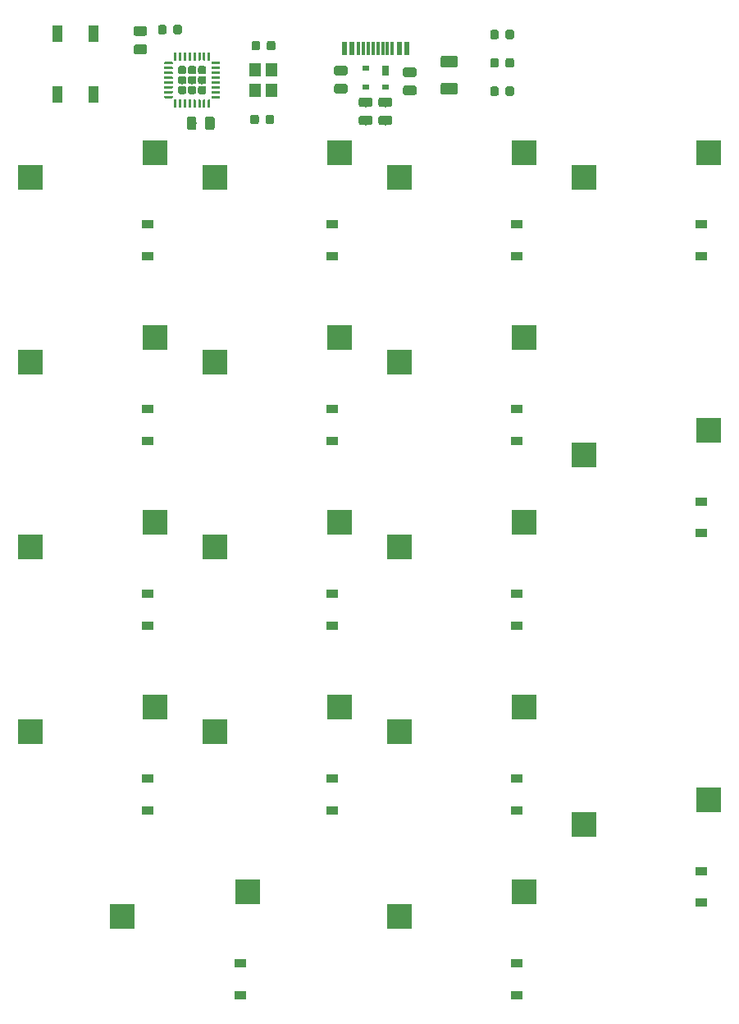
<source format=gbr>
G04 #@! TF.GenerationSoftware,KiCad,Pcbnew,(5.1.4)-1*
G04 #@! TF.CreationDate,2022-02-13T22:58:11-05:00*
G04 #@! TF.ProjectId,INT-1,494e542d-312e-46b6-9963-61645f706362,rev?*
G04 #@! TF.SameCoordinates,Original*
G04 #@! TF.FileFunction,Paste,Bot*
G04 #@! TF.FilePolarity,Positive*
%FSLAX46Y46*%
G04 Gerber Fmt 4.6, Leading zero omitted, Abs format (unit mm)*
G04 Created by KiCad (PCBNEW (5.1.4)-1) date 2022-02-13 22:58:11*
%MOMM*%
%LPD*%
G04 APERTURE LIST*
%ADD10R,2.550000X2.500000*%
%ADD11R,1.200000X1.400000*%
%ADD12R,0.600000X1.450000*%
%ADD13R,0.300000X1.450000*%
%ADD14R,0.700000X1.000000*%
%ADD15R,0.700000X0.600000*%
%ADD16C,0.100000*%
%ADD17C,0.250000*%
%ADD18C,0.830000*%
%ADD19R,1.100000X1.800000*%
%ADD20C,0.975000*%
%ADD21C,1.250000*%
%ADD22R,1.200000X0.900000*%
%ADD23C,0.875000*%
G04 APERTURE END LIST*
D10*
X129413000Y-51816000D03*
X116486000Y-54356000D03*
X148463000Y-51816000D03*
X135536000Y-54356000D03*
X186563000Y-51816000D03*
X173636000Y-54356000D03*
D11*
X139739000Y-43223000D03*
X139739000Y-45423000D03*
X141439000Y-45423000D03*
X141439000Y-43223000D03*
D12*
X155371000Y-41096000D03*
X148921000Y-41096000D03*
X154596000Y-41096000D03*
X149696000Y-41096000D03*
D13*
X150396000Y-41096000D03*
X153896000Y-41096000D03*
X150896000Y-41096000D03*
X153396000Y-41096000D03*
X151396000Y-41096000D03*
X152896000Y-41096000D03*
X152396000Y-41096000D03*
X151896000Y-41096000D03*
D14*
X153146000Y-43319000D03*
D15*
X151146000Y-43119000D03*
X153146000Y-45019000D03*
X151146000Y-45019000D03*
D16*
G36*
X135041626Y-41448301D02*
G01*
X135047693Y-41449201D01*
X135053643Y-41450691D01*
X135059418Y-41452758D01*
X135064962Y-41455380D01*
X135070223Y-41458533D01*
X135075150Y-41462187D01*
X135079694Y-41466306D01*
X135083813Y-41470850D01*
X135087467Y-41475777D01*
X135090620Y-41481038D01*
X135093242Y-41486582D01*
X135095309Y-41492357D01*
X135096799Y-41498307D01*
X135097699Y-41504374D01*
X135098000Y-41510500D01*
X135098000Y-42260500D01*
X135097699Y-42266626D01*
X135096799Y-42272693D01*
X135095309Y-42278643D01*
X135093242Y-42284418D01*
X135090620Y-42289962D01*
X135087467Y-42295223D01*
X135083813Y-42300150D01*
X135079694Y-42304694D01*
X135075150Y-42308813D01*
X135070223Y-42312467D01*
X135064962Y-42315620D01*
X135059418Y-42318242D01*
X135053643Y-42320309D01*
X135047693Y-42321799D01*
X135041626Y-42322699D01*
X135035500Y-42323000D01*
X134910500Y-42323000D01*
X134904374Y-42322699D01*
X134898307Y-42321799D01*
X134892357Y-42320309D01*
X134886582Y-42318242D01*
X134881038Y-42315620D01*
X134875777Y-42312467D01*
X134870850Y-42308813D01*
X134866306Y-42304694D01*
X134862187Y-42300150D01*
X134858533Y-42295223D01*
X134855380Y-42289962D01*
X134852758Y-42284418D01*
X134850691Y-42278643D01*
X134849201Y-42272693D01*
X134848301Y-42266626D01*
X134848000Y-42260500D01*
X134848000Y-41510500D01*
X134848301Y-41504374D01*
X134849201Y-41498307D01*
X134850691Y-41492357D01*
X134852758Y-41486582D01*
X134855380Y-41481038D01*
X134858533Y-41475777D01*
X134862187Y-41470850D01*
X134866306Y-41466306D01*
X134870850Y-41462187D01*
X134875777Y-41458533D01*
X134881038Y-41455380D01*
X134886582Y-41452758D01*
X134892357Y-41450691D01*
X134898307Y-41449201D01*
X134904374Y-41448301D01*
X134910500Y-41448000D01*
X135035500Y-41448000D01*
X135041626Y-41448301D01*
X135041626Y-41448301D01*
G37*
D17*
X134973000Y-41885500D03*
D16*
G36*
X134541626Y-41448301D02*
G01*
X134547693Y-41449201D01*
X134553643Y-41450691D01*
X134559418Y-41452758D01*
X134564962Y-41455380D01*
X134570223Y-41458533D01*
X134575150Y-41462187D01*
X134579694Y-41466306D01*
X134583813Y-41470850D01*
X134587467Y-41475777D01*
X134590620Y-41481038D01*
X134593242Y-41486582D01*
X134595309Y-41492357D01*
X134596799Y-41498307D01*
X134597699Y-41504374D01*
X134598000Y-41510500D01*
X134598000Y-42260500D01*
X134597699Y-42266626D01*
X134596799Y-42272693D01*
X134595309Y-42278643D01*
X134593242Y-42284418D01*
X134590620Y-42289962D01*
X134587467Y-42295223D01*
X134583813Y-42300150D01*
X134579694Y-42304694D01*
X134575150Y-42308813D01*
X134570223Y-42312467D01*
X134564962Y-42315620D01*
X134559418Y-42318242D01*
X134553643Y-42320309D01*
X134547693Y-42321799D01*
X134541626Y-42322699D01*
X134535500Y-42323000D01*
X134410500Y-42323000D01*
X134404374Y-42322699D01*
X134398307Y-42321799D01*
X134392357Y-42320309D01*
X134386582Y-42318242D01*
X134381038Y-42315620D01*
X134375777Y-42312467D01*
X134370850Y-42308813D01*
X134366306Y-42304694D01*
X134362187Y-42300150D01*
X134358533Y-42295223D01*
X134355380Y-42289962D01*
X134352758Y-42284418D01*
X134350691Y-42278643D01*
X134349201Y-42272693D01*
X134348301Y-42266626D01*
X134348000Y-42260500D01*
X134348000Y-41510500D01*
X134348301Y-41504374D01*
X134349201Y-41498307D01*
X134350691Y-41492357D01*
X134352758Y-41486582D01*
X134355380Y-41481038D01*
X134358533Y-41475777D01*
X134362187Y-41470850D01*
X134366306Y-41466306D01*
X134370850Y-41462187D01*
X134375777Y-41458533D01*
X134381038Y-41455380D01*
X134386582Y-41452758D01*
X134392357Y-41450691D01*
X134398307Y-41449201D01*
X134404374Y-41448301D01*
X134410500Y-41448000D01*
X134535500Y-41448000D01*
X134541626Y-41448301D01*
X134541626Y-41448301D01*
G37*
D17*
X134473000Y-41885500D03*
D16*
G36*
X134041626Y-41448301D02*
G01*
X134047693Y-41449201D01*
X134053643Y-41450691D01*
X134059418Y-41452758D01*
X134064962Y-41455380D01*
X134070223Y-41458533D01*
X134075150Y-41462187D01*
X134079694Y-41466306D01*
X134083813Y-41470850D01*
X134087467Y-41475777D01*
X134090620Y-41481038D01*
X134093242Y-41486582D01*
X134095309Y-41492357D01*
X134096799Y-41498307D01*
X134097699Y-41504374D01*
X134098000Y-41510500D01*
X134098000Y-42260500D01*
X134097699Y-42266626D01*
X134096799Y-42272693D01*
X134095309Y-42278643D01*
X134093242Y-42284418D01*
X134090620Y-42289962D01*
X134087467Y-42295223D01*
X134083813Y-42300150D01*
X134079694Y-42304694D01*
X134075150Y-42308813D01*
X134070223Y-42312467D01*
X134064962Y-42315620D01*
X134059418Y-42318242D01*
X134053643Y-42320309D01*
X134047693Y-42321799D01*
X134041626Y-42322699D01*
X134035500Y-42323000D01*
X133910500Y-42323000D01*
X133904374Y-42322699D01*
X133898307Y-42321799D01*
X133892357Y-42320309D01*
X133886582Y-42318242D01*
X133881038Y-42315620D01*
X133875777Y-42312467D01*
X133870850Y-42308813D01*
X133866306Y-42304694D01*
X133862187Y-42300150D01*
X133858533Y-42295223D01*
X133855380Y-42289962D01*
X133852758Y-42284418D01*
X133850691Y-42278643D01*
X133849201Y-42272693D01*
X133848301Y-42266626D01*
X133848000Y-42260500D01*
X133848000Y-41510500D01*
X133848301Y-41504374D01*
X133849201Y-41498307D01*
X133850691Y-41492357D01*
X133852758Y-41486582D01*
X133855380Y-41481038D01*
X133858533Y-41475777D01*
X133862187Y-41470850D01*
X133866306Y-41466306D01*
X133870850Y-41462187D01*
X133875777Y-41458533D01*
X133881038Y-41455380D01*
X133886582Y-41452758D01*
X133892357Y-41450691D01*
X133898307Y-41449201D01*
X133904374Y-41448301D01*
X133910500Y-41448000D01*
X134035500Y-41448000D01*
X134041626Y-41448301D01*
X134041626Y-41448301D01*
G37*
D17*
X133973000Y-41885500D03*
D16*
G36*
X133541626Y-41448301D02*
G01*
X133547693Y-41449201D01*
X133553643Y-41450691D01*
X133559418Y-41452758D01*
X133564962Y-41455380D01*
X133570223Y-41458533D01*
X133575150Y-41462187D01*
X133579694Y-41466306D01*
X133583813Y-41470850D01*
X133587467Y-41475777D01*
X133590620Y-41481038D01*
X133593242Y-41486582D01*
X133595309Y-41492357D01*
X133596799Y-41498307D01*
X133597699Y-41504374D01*
X133598000Y-41510500D01*
X133598000Y-42260500D01*
X133597699Y-42266626D01*
X133596799Y-42272693D01*
X133595309Y-42278643D01*
X133593242Y-42284418D01*
X133590620Y-42289962D01*
X133587467Y-42295223D01*
X133583813Y-42300150D01*
X133579694Y-42304694D01*
X133575150Y-42308813D01*
X133570223Y-42312467D01*
X133564962Y-42315620D01*
X133559418Y-42318242D01*
X133553643Y-42320309D01*
X133547693Y-42321799D01*
X133541626Y-42322699D01*
X133535500Y-42323000D01*
X133410500Y-42323000D01*
X133404374Y-42322699D01*
X133398307Y-42321799D01*
X133392357Y-42320309D01*
X133386582Y-42318242D01*
X133381038Y-42315620D01*
X133375777Y-42312467D01*
X133370850Y-42308813D01*
X133366306Y-42304694D01*
X133362187Y-42300150D01*
X133358533Y-42295223D01*
X133355380Y-42289962D01*
X133352758Y-42284418D01*
X133350691Y-42278643D01*
X133349201Y-42272693D01*
X133348301Y-42266626D01*
X133348000Y-42260500D01*
X133348000Y-41510500D01*
X133348301Y-41504374D01*
X133349201Y-41498307D01*
X133350691Y-41492357D01*
X133352758Y-41486582D01*
X133355380Y-41481038D01*
X133358533Y-41475777D01*
X133362187Y-41470850D01*
X133366306Y-41466306D01*
X133370850Y-41462187D01*
X133375777Y-41458533D01*
X133381038Y-41455380D01*
X133386582Y-41452758D01*
X133392357Y-41450691D01*
X133398307Y-41449201D01*
X133404374Y-41448301D01*
X133410500Y-41448000D01*
X133535500Y-41448000D01*
X133541626Y-41448301D01*
X133541626Y-41448301D01*
G37*
D17*
X133473000Y-41885500D03*
D16*
G36*
X133041626Y-41448301D02*
G01*
X133047693Y-41449201D01*
X133053643Y-41450691D01*
X133059418Y-41452758D01*
X133064962Y-41455380D01*
X133070223Y-41458533D01*
X133075150Y-41462187D01*
X133079694Y-41466306D01*
X133083813Y-41470850D01*
X133087467Y-41475777D01*
X133090620Y-41481038D01*
X133093242Y-41486582D01*
X133095309Y-41492357D01*
X133096799Y-41498307D01*
X133097699Y-41504374D01*
X133098000Y-41510500D01*
X133098000Y-42260500D01*
X133097699Y-42266626D01*
X133096799Y-42272693D01*
X133095309Y-42278643D01*
X133093242Y-42284418D01*
X133090620Y-42289962D01*
X133087467Y-42295223D01*
X133083813Y-42300150D01*
X133079694Y-42304694D01*
X133075150Y-42308813D01*
X133070223Y-42312467D01*
X133064962Y-42315620D01*
X133059418Y-42318242D01*
X133053643Y-42320309D01*
X133047693Y-42321799D01*
X133041626Y-42322699D01*
X133035500Y-42323000D01*
X132910500Y-42323000D01*
X132904374Y-42322699D01*
X132898307Y-42321799D01*
X132892357Y-42320309D01*
X132886582Y-42318242D01*
X132881038Y-42315620D01*
X132875777Y-42312467D01*
X132870850Y-42308813D01*
X132866306Y-42304694D01*
X132862187Y-42300150D01*
X132858533Y-42295223D01*
X132855380Y-42289962D01*
X132852758Y-42284418D01*
X132850691Y-42278643D01*
X132849201Y-42272693D01*
X132848301Y-42266626D01*
X132848000Y-42260500D01*
X132848000Y-41510500D01*
X132848301Y-41504374D01*
X132849201Y-41498307D01*
X132850691Y-41492357D01*
X132852758Y-41486582D01*
X132855380Y-41481038D01*
X132858533Y-41475777D01*
X132862187Y-41470850D01*
X132866306Y-41466306D01*
X132870850Y-41462187D01*
X132875777Y-41458533D01*
X132881038Y-41455380D01*
X132886582Y-41452758D01*
X132892357Y-41450691D01*
X132898307Y-41449201D01*
X132904374Y-41448301D01*
X132910500Y-41448000D01*
X133035500Y-41448000D01*
X133041626Y-41448301D01*
X133041626Y-41448301D01*
G37*
D17*
X132973000Y-41885500D03*
D16*
G36*
X132541626Y-41448301D02*
G01*
X132547693Y-41449201D01*
X132553643Y-41450691D01*
X132559418Y-41452758D01*
X132564962Y-41455380D01*
X132570223Y-41458533D01*
X132575150Y-41462187D01*
X132579694Y-41466306D01*
X132583813Y-41470850D01*
X132587467Y-41475777D01*
X132590620Y-41481038D01*
X132593242Y-41486582D01*
X132595309Y-41492357D01*
X132596799Y-41498307D01*
X132597699Y-41504374D01*
X132598000Y-41510500D01*
X132598000Y-42260500D01*
X132597699Y-42266626D01*
X132596799Y-42272693D01*
X132595309Y-42278643D01*
X132593242Y-42284418D01*
X132590620Y-42289962D01*
X132587467Y-42295223D01*
X132583813Y-42300150D01*
X132579694Y-42304694D01*
X132575150Y-42308813D01*
X132570223Y-42312467D01*
X132564962Y-42315620D01*
X132559418Y-42318242D01*
X132553643Y-42320309D01*
X132547693Y-42321799D01*
X132541626Y-42322699D01*
X132535500Y-42323000D01*
X132410500Y-42323000D01*
X132404374Y-42322699D01*
X132398307Y-42321799D01*
X132392357Y-42320309D01*
X132386582Y-42318242D01*
X132381038Y-42315620D01*
X132375777Y-42312467D01*
X132370850Y-42308813D01*
X132366306Y-42304694D01*
X132362187Y-42300150D01*
X132358533Y-42295223D01*
X132355380Y-42289962D01*
X132352758Y-42284418D01*
X132350691Y-42278643D01*
X132349201Y-42272693D01*
X132348301Y-42266626D01*
X132348000Y-42260500D01*
X132348000Y-41510500D01*
X132348301Y-41504374D01*
X132349201Y-41498307D01*
X132350691Y-41492357D01*
X132352758Y-41486582D01*
X132355380Y-41481038D01*
X132358533Y-41475777D01*
X132362187Y-41470850D01*
X132366306Y-41466306D01*
X132370850Y-41462187D01*
X132375777Y-41458533D01*
X132381038Y-41455380D01*
X132386582Y-41452758D01*
X132392357Y-41450691D01*
X132398307Y-41449201D01*
X132404374Y-41448301D01*
X132410500Y-41448000D01*
X132535500Y-41448000D01*
X132541626Y-41448301D01*
X132541626Y-41448301D01*
G37*
D17*
X132473000Y-41885500D03*
D16*
G36*
X132041626Y-41448301D02*
G01*
X132047693Y-41449201D01*
X132053643Y-41450691D01*
X132059418Y-41452758D01*
X132064962Y-41455380D01*
X132070223Y-41458533D01*
X132075150Y-41462187D01*
X132079694Y-41466306D01*
X132083813Y-41470850D01*
X132087467Y-41475777D01*
X132090620Y-41481038D01*
X132093242Y-41486582D01*
X132095309Y-41492357D01*
X132096799Y-41498307D01*
X132097699Y-41504374D01*
X132098000Y-41510500D01*
X132098000Y-42260500D01*
X132097699Y-42266626D01*
X132096799Y-42272693D01*
X132095309Y-42278643D01*
X132093242Y-42284418D01*
X132090620Y-42289962D01*
X132087467Y-42295223D01*
X132083813Y-42300150D01*
X132079694Y-42304694D01*
X132075150Y-42308813D01*
X132070223Y-42312467D01*
X132064962Y-42315620D01*
X132059418Y-42318242D01*
X132053643Y-42320309D01*
X132047693Y-42321799D01*
X132041626Y-42322699D01*
X132035500Y-42323000D01*
X131910500Y-42323000D01*
X131904374Y-42322699D01*
X131898307Y-42321799D01*
X131892357Y-42320309D01*
X131886582Y-42318242D01*
X131881038Y-42315620D01*
X131875777Y-42312467D01*
X131870850Y-42308813D01*
X131866306Y-42304694D01*
X131862187Y-42300150D01*
X131858533Y-42295223D01*
X131855380Y-42289962D01*
X131852758Y-42284418D01*
X131850691Y-42278643D01*
X131849201Y-42272693D01*
X131848301Y-42266626D01*
X131848000Y-42260500D01*
X131848000Y-41510500D01*
X131848301Y-41504374D01*
X131849201Y-41498307D01*
X131850691Y-41492357D01*
X131852758Y-41486582D01*
X131855380Y-41481038D01*
X131858533Y-41475777D01*
X131862187Y-41470850D01*
X131866306Y-41466306D01*
X131870850Y-41462187D01*
X131875777Y-41458533D01*
X131881038Y-41455380D01*
X131886582Y-41452758D01*
X131892357Y-41450691D01*
X131898307Y-41449201D01*
X131904374Y-41448301D01*
X131910500Y-41448000D01*
X132035500Y-41448000D01*
X132041626Y-41448301D01*
X132041626Y-41448301D01*
G37*
D17*
X131973000Y-41885500D03*
D16*
G36*
X131541626Y-41448301D02*
G01*
X131547693Y-41449201D01*
X131553643Y-41450691D01*
X131559418Y-41452758D01*
X131564962Y-41455380D01*
X131570223Y-41458533D01*
X131575150Y-41462187D01*
X131579694Y-41466306D01*
X131583813Y-41470850D01*
X131587467Y-41475777D01*
X131590620Y-41481038D01*
X131593242Y-41486582D01*
X131595309Y-41492357D01*
X131596799Y-41498307D01*
X131597699Y-41504374D01*
X131598000Y-41510500D01*
X131598000Y-42260500D01*
X131597699Y-42266626D01*
X131596799Y-42272693D01*
X131595309Y-42278643D01*
X131593242Y-42284418D01*
X131590620Y-42289962D01*
X131587467Y-42295223D01*
X131583813Y-42300150D01*
X131579694Y-42304694D01*
X131575150Y-42308813D01*
X131570223Y-42312467D01*
X131564962Y-42315620D01*
X131559418Y-42318242D01*
X131553643Y-42320309D01*
X131547693Y-42321799D01*
X131541626Y-42322699D01*
X131535500Y-42323000D01*
X131410500Y-42323000D01*
X131404374Y-42322699D01*
X131398307Y-42321799D01*
X131392357Y-42320309D01*
X131386582Y-42318242D01*
X131381038Y-42315620D01*
X131375777Y-42312467D01*
X131370850Y-42308813D01*
X131366306Y-42304694D01*
X131362187Y-42300150D01*
X131358533Y-42295223D01*
X131355380Y-42289962D01*
X131352758Y-42284418D01*
X131350691Y-42278643D01*
X131349201Y-42272693D01*
X131348301Y-42266626D01*
X131348000Y-42260500D01*
X131348000Y-41510500D01*
X131348301Y-41504374D01*
X131349201Y-41498307D01*
X131350691Y-41492357D01*
X131352758Y-41486582D01*
X131355380Y-41481038D01*
X131358533Y-41475777D01*
X131362187Y-41470850D01*
X131366306Y-41466306D01*
X131370850Y-41462187D01*
X131375777Y-41458533D01*
X131381038Y-41455380D01*
X131386582Y-41452758D01*
X131392357Y-41450691D01*
X131398307Y-41449201D01*
X131404374Y-41448301D01*
X131410500Y-41448000D01*
X131535500Y-41448000D01*
X131541626Y-41448301D01*
X131541626Y-41448301D01*
G37*
D17*
X131473000Y-41885500D03*
D16*
G36*
X131166626Y-42448301D02*
G01*
X131172693Y-42449201D01*
X131178643Y-42450691D01*
X131184418Y-42452758D01*
X131189962Y-42455380D01*
X131195223Y-42458533D01*
X131200150Y-42462187D01*
X131204694Y-42466306D01*
X131208813Y-42470850D01*
X131212467Y-42475777D01*
X131215620Y-42481038D01*
X131218242Y-42486582D01*
X131220309Y-42492357D01*
X131221799Y-42498307D01*
X131222699Y-42504374D01*
X131223000Y-42510500D01*
X131223000Y-42635500D01*
X131222699Y-42641626D01*
X131221799Y-42647693D01*
X131220309Y-42653643D01*
X131218242Y-42659418D01*
X131215620Y-42664962D01*
X131212467Y-42670223D01*
X131208813Y-42675150D01*
X131204694Y-42679694D01*
X131200150Y-42683813D01*
X131195223Y-42687467D01*
X131189962Y-42690620D01*
X131184418Y-42693242D01*
X131178643Y-42695309D01*
X131172693Y-42696799D01*
X131166626Y-42697699D01*
X131160500Y-42698000D01*
X130410500Y-42698000D01*
X130404374Y-42697699D01*
X130398307Y-42696799D01*
X130392357Y-42695309D01*
X130386582Y-42693242D01*
X130381038Y-42690620D01*
X130375777Y-42687467D01*
X130370850Y-42683813D01*
X130366306Y-42679694D01*
X130362187Y-42675150D01*
X130358533Y-42670223D01*
X130355380Y-42664962D01*
X130352758Y-42659418D01*
X130350691Y-42653643D01*
X130349201Y-42647693D01*
X130348301Y-42641626D01*
X130348000Y-42635500D01*
X130348000Y-42510500D01*
X130348301Y-42504374D01*
X130349201Y-42498307D01*
X130350691Y-42492357D01*
X130352758Y-42486582D01*
X130355380Y-42481038D01*
X130358533Y-42475777D01*
X130362187Y-42470850D01*
X130366306Y-42466306D01*
X130370850Y-42462187D01*
X130375777Y-42458533D01*
X130381038Y-42455380D01*
X130386582Y-42452758D01*
X130392357Y-42450691D01*
X130398307Y-42449201D01*
X130404374Y-42448301D01*
X130410500Y-42448000D01*
X131160500Y-42448000D01*
X131166626Y-42448301D01*
X131166626Y-42448301D01*
G37*
D17*
X130785500Y-42573000D03*
D16*
G36*
X131166626Y-42948301D02*
G01*
X131172693Y-42949201D01*
X131178643Y-42950691D01*
X131184418Y-42952758D01*
X131189962Y-42955380D01*
X131195223Y-42958533D01*
X131200150Y-42962187D01*
X131204694Y-42966306D01*
X131208813Y-42970850D01*
X131212467Y-42975777D01*
X131215620Y-42981038D01*
X131218242Y-42986582D01*
X131220309Y-42992357D01*
X131221799Y-42998307D01*
X131222699Y-43004374D01*
X131223000Y-43010500D01*
X131223000Y-43135500D01*
X131222699Y-43141626D01*
X131221799Y-43147693D01*
X131220309Y-43153643D01*
X131218242Y-43159418D01*
X131215620Y-43164962D01*
X131212467Y-43170223D01*
X131208813Y-43175150D01*
X131204694Y-43179694D01*
X131200150Y-43183813D01*
X131195223Y-43187467D01*
X131189962Y-43190620D01*
X131184418Y-43193242D01*
X131178643Y-43195309D01*
X131172693Y-43196799D01*
X131166626Y-43197699D01*
X131160500Y-43198000D01*
X130410500Y-43198000D01*
X130404374Y-43197699D01*
X130398307Y-43196799D01*
X130392357Y-43195309D01*
X130386582Y-43193242D01*
X130381038Y-43190620D01*
X130375777Y-43187467D01*
X130370850Y-43183813D01*
X130366306Y-43179694D01*
X130362187Y-43175150D01*
X130358533Y-43170223D01*
X130355380Y-43164962D01*
X130352758Y-43159418D01*
X130350691Y-43153643D01*
X130349201Y-43147693D01*
X130348301Y-43141626D01*
X130348000Y-43135500D01*
X130348000Y-43010500D01*
X130348301Y-43004374D01*
X130349201Y-42998307D01*
X130350691Y-42992357D01*
X130352758Y-42986582D01*
X130355380Y-42981038D01*
X130358533Y-42975777D01*
X130362187Y-42970850D01*
X130366306Y-42966306D01*
X130370850Y-42962187D01*
X130375777Y-42958533D01*
X130381038Y-42955380D01*
X130386582Y-42952758D01*
X130392357Y-42950691D01*
X130398307Y-42949201D01*
X130404374Y-42948301D01*
X130410500Y-42948000D01*
X131160500Y-42948000D01*
X131166626Y-42948301D01*
X131166626Y-42948301D01*
G37*
D17*
X130785500Y-43073000D03*
D16*
G36*
X131166626Y-43448301D02*
G01*
X131172693Y-43449201D01*
X131178643Y-43450691D01*
X131184418Y-43452758D01*
X131189962Y-43455380D01*
X131195223Y-43458533D01*
X131200150Y-43462187D01*
X131204694Y-43466306D01*
X131208813Y-43470850D01*
X131212467Y-43475777D01*
X131215620Y-43481038D01*
X131218242Y-43486582D01*
X131220309Y-43492357D01*
X131221799Y-43498307D01*
X131222699Y-43504374D01*
X131223000Y-43510500D01*
X131223000Y-43635500D01*
X131222699Y-43641626D01*
X131221799Y-43647693D01*
X131220309Y-43653643D01*
X131218242Y-43659418D01*
X131215620Y-43664962D01*
X131212467Y-43670223D01*
X131208813Y-43675150D01*
X131204694Y-43679694D01*
X131200150Y-43683813D01*
X131195223Y-43687467D01*
X131189962Y-43690620D01*
X131184418Y-43693242D01*
X131178643Y-43695309D01*
X131172693Y-43696799D01*
X131166626Y-43697699D01*
X131160500Y-43698000D01*
X130410500Y-43698000D01*
X130404374Y-43697699D01*
X130398307Y-43696799D01*
X130392357Y-43695309D01*
X130386582Y-43693242D01*
X130381038Y-43690620D01*
X130375777Y-43687467D01*
X130370850Y-43683813D01*
X130366306Y-43679694D01*
X130362187Y-43675150D01*
X130358533Y-43670223D01*
X130355380Y-43664962D01*
X130352758Y-43659418D01*
X130350691Y-43653643D01*
X130349201Y-43647693D01*
X130348301Y-43641626D01*
X130348000Y-43635500D01*
X130348000Y-43510500D01*
X130348301Y-43504374D01*
X130349201Y-43498307D01*
X130350691Y-43492357D01*
X130352758Y-43486582D01*
X130355380Y-43481038D01*
X130358533Y-43475777D01*
X130362187Y-43470850D01*
X130366306Y-43466306D01*
X130370850Y-43462187D01*
X130375777Y-43458533D01*
X130381038Y-43455380D01*
X130386582Y-43452758D01*
X130392357Y-43450691D01*
X130398307Y-43449201D01*
X130404374Y-43448301D01*
X130410500Y-43448000D01*
X131160500Y-43448000D01*
X131166626Y-43448301D01*
X131166626Y-43448301D01*
G37*
D17*
X130785500Y-43573000D03*
D16*
G36*
X131166626Y-43948301D02*
G01*
X131172693Y-43949201D01*
X131178643Y-43950691D01*
X131184418Y-43952758D01*
X131189962Y-43955380D01*
X131195223Y-43958533D01*
X131200150Y-43962187D01*
X131204694Y-43966306D01*
X131208813Y-43970850D01*
X131212467Y-43975777D01*
X131215620Y-43981038D01*
X131218242Y-43986582D01*
X131220309Y-43992357D01*
X131221799Y-43998307D01*
X131222699Y-44004374D01*
X131223000Y-44010500D01*
X131223000Y-44135500D01*
X131222699Y-44141626D01*
X131221799Y-44147693D01*
X131220309Y-44153643D01*
X131218242Y-44159418D01*
X131215620Y-44164962D01*
X131212467Y-44170223D01*
X131208813Y-44175150D01*
X131204694Y-44179694D01*
X131200150Y-44183813D01*
X131195223Y-44187467D01*
X131189962Y-44190620D01*
X131184418Y-44193242D01*
X131178643Y-44195309D01*
X131172693Y-44196799D01*
X131166626Y-44197699D01*
X131160500Y-44198000D01*
X130410500Y-44198000D01*
X130404374Y-44197699D01*
X130398307Y-44196799D01*
X130392357Y-44195309D01*
X130386582Y-44193242D01*
X130381038Y-44190620D01*
X130375777Y-44187467D01*
X130370850Y-44183813D01*
X130366306Y-44179694D01*
X130362187Y-44175150D01*
X130358533Y-44170223D01*
X130355380Y-44164962D01*
X130352758Y-44159418D01*
X130350691Y-44153643D01*
X130349201Y-44147693D01*
X130348301Y-44141626D01*
X130348000Y-44135500D01*
X130348000Y-44010500D01*
X130348301Y-44004374D01*
X130349201Y-43998307D01*
X130350691Y-43992357D01*
X130352758Y-43986582D01*
X130355380Y-43981038D01*
X130358533Y-43975777D01*
X130362187Y-43970850D01*
X130366306Y-43966306D01*
X130370850Y-43962187D01*
X130375777Y-43958533D01*
X130381038Y-43955380D01*
X130386582Y-43952758D01*
X130392357Y-43950691D01*
X130398307Y-43949201D01*
X130404374Y-43948301D01*
X130410500Y-43948000D01*
X131160500Y-43948000D01*
X131166626Y-43948301D01*
X131166626Y-43948301D01*
G37*
D17*
X130785500Y-44073000D03*
D16*
G36*
X131166626Y-44448301D02*
G01*
X131172693Y-44449201D01*
X131178643Y-44450691D01*
X131184418Y-44452758D01*
X131189962Y-44455380D01*
X131195223Y-44458533D01*
X131200150Y-44462187D01*
X131204694Y-44466306D01*
X131208813Y-44470850D01*
X131212467Y-44475777D01*
X131215620Y-44481038D01*
X131218242Y-44486582D01*
X131220309Y-44492357D01*
X131221799Y-44498307D01*
X131222699Y-44504374D01*
X131223000Y-44510500D01*
X131223000Y-44635500D01*
X131222699Y-44641626D01*
X131221799Y-44647693D01*
X131220309Y-44653643D01*
X131218242Y-44659418D01*
X131215620Y-44664962D01*
X131212467Y-44670223D01*
X131208813Y-44675150D01*
X131204694Y-44679694D01*
X131200150Y-44683813D01*
X131195223Y-44687467D01*
X131189962Y-44690620D01*
X131184418Y-44693242D01*
X131178643Y-44695309D01*
X131172693Y-44696799D01*
X131166626Y-44697699D01*
X131160500Y-44698000D01*
X130410500Y-44698000D01*
X130404374Y-44697699D01*
X130398307Y-44696799D01*
X130392357Y-44695309D01*
X130386582Y-44693242D01*
X130381038Y-44690620D01*
X130375777Y-44687467D01*
X130370850Y-44683813D01*
X130366306Y-44679694D01*
X130362187Y-44675150D01*
X130358533Y-44670223D01*
X130355380Y-44664962D01*
X130352758Y-44659418D01*
X130350691Y-44653643D01*
X130349201Y-44647693D01*
X130348301Y-44641626D01*
X130348000Y-44635500D01*
X130348000Y-44510500D01*
X130348301Y-44504374D01*
X130349201Y-44498307D01*
X130350691Y-44492357D01*
X130352758Y-44486582D01*
X130355380Y-44481038D01*
X130358533Y-44475777D01*
X130362187Y-44470850D01*
X130366306Y-44466306D01*
X130370850Y-44462187D01*
X130375777Y-44458533D01*
X130381038Y-44455380D01*
X130386582Y-44452758D01*
X130392357Y-44450691D01*
X130398307Y-44449201D01*
X130404374Y-44448301D01*
X130410500Y-44448000D01*
X131160500Y-44448000D01*
X131166626Y-44448301D01*
X131166626Y-44448301D01*
G37*
D17*
X130785500Y-44573000D03*
D16*
G36*
X131166626Y-44948301D02*
G01*
X131172693Y-44949201D01*
X131178643Y-44950691D01*
X131184418Y-44952758D01*
X131189962Y-44955380D01*
X131195223Y-44958533D01*
X131200150Y-44962187D01*
X131204694Y-44966306D01*
X131208813Y-44970850D01*
X131212467Y-44975777D01*
X131215620Y-44981038D01*
X131218242Y-44986582D01*
X131220309Y-44992357D01*
X131221799Y-44998307D01*
X131222699Y-45004374D01*
X131223000Y-45010500D01*
X131223000Y-45135500D01*
X131222699Y-45141626D01*
X131221799Y-45147693D01*
X131220309Y-45153643D01*
X131218242Y-45159418D01*
X131215620Y-45164962D01*
X131212467Y-45170223D01*
X131208813Y-45175150D01*
X131204694Y-45179694D01*
X131200150Y-45183813D01*
X131195223Y-45187467D01*
X131189962Y-45190620D01*
X131184418Y-45193242D01*
X131178643Y-45195309D01*
X131172693Y-45196799D01*
X131166626Y-45197699D01*
X131160500Y-45198000D01*
X130410500Y-45198000D01*
X130404374Y-45197699D01*
X130398307Y-45196799D01*
X130392357Y-45195309D01*
X130386582Y-45193242D01*
X130381038Y-45190620D01*
X130375777Y-45187467D01*
X130370850Y-45183813D01*
X130366306Y-45179694D01*
X130362187Y-45175150D01*
X130358533Y-45170223D01*
X130355380Y-45164962D01*
X130352758Y-45159418D01*
X130350691Y-45153643D01*
X130349201Y-45147693D01*
X130348301Y-45141626D01*
X130348000Y-45135500D01*
X130348000Y-45010500D01*
X130348301Y-45004374D01*
X130349201Y-44998307D01*
X130350691Y-44992357D01*
X130352758Y-44986582D01*
X130355380Y-44981038D01*
X130358533Y-44975777D01*
X130362187Y-44970850D01*
X130366306Y-44966306D01*
X130370850Y-44962187D01*
X130375777Y-44958533D01*
X130381038Y-44955380D01*
X130386582Y-44952758D01*
X130392357Y-44950691D01*
X130398307Y-44949201D01*
X130404374Y-44948301D01*
X130410500Y-44948000D01*
X131160500Y-44948000D01*
X131166626Y-44948301D01*
X131166626Y-44948301D01*
G37*
D17*
X130785500Y-45073000D03*
D16*
G36*
X131166626Y-45448301D02*
G01*
X131172693Y-45449201D01*
X131178643Y-45450691D01*
X131184418Y-45452758D01*
X131189962Y-45455380D01*
X131195223Y-45458533D01*
X131200150Y-45462187D01*
X131204694Y-45466306D01*
X131208813Y-45470850D01*
X131212467Y-45475777D01*
X131215620Y-45481038D01*
X131218242Y-45486582D01*
X131220309Y-45492357D01*
X131221799Y-45498307D01*
X131222699Y-45504374D01*
X131223000Y-45510500D01*
X131223000Y-45635500D01*
X131222699Y-45641626D01*
X131221799Y-45647693D01*
X131220309Y-45653643D01*
X131218242Y-45659418D01*
X131215620Y-45664962D01*
X131212467Y-45670223D01*
X131208813Y-45675150D01*
X131204694Y-45679694D01*
X131200150Y-45683813D01*
X131195223Y-45687467D01*
X131189962Y-45690620D01*
X131184418Y-45693242D01*
X131178643Y-45695309D01*
X131172693Y-45696799D01*
X131166626Y-45697699D01*
X131160500Y-45698000D01*
X130410500Y-45698000D01*
X130404374Y-45697699D01*
X130398307Y-45696799D01*
X130392357Y-45695309D01*
X130386582Y-45693242D01*
X130381038Y-45690620D01*
X130375777Y-45687467D01*
X130370850Y-45683813D01*
X130366306Y-45679694D01*
X130362187Y-45675150D01*
X130358533Y-45670223D01*
X130355380Y-45664962D01*
X130352758Y-45659418D01*
X130350691Y-45653643D01*
X130349201Y-45647693D01*
X130348301Y-45641626D01*
X130348000Y-45635500D01*
X130348000Y-45510500D01*
X130348301Y-45504374D01*
X130349201Y-45498307D01*
X130350691Y-45492357D01*
X130352758Y-45486582D01*
X130355380Y-45481038D01*
X130358533Y-45475777D01*
X130362187Y-45470850D01*
X130366306Y-45466306D01*
X130370850Y-45462187D01*
X130375777Y-45458533D01*
X130381038Y-45455380D01*
X130386582Y-45452758D01*
X130392357Y-45450691D01*
X130398307Y-45449201D01*
X130404374Y-45448301D01*
X130410500Y-45448000D01*
X131160500Y-45448000D01*
X131166626Y-45448301D01*
X131166626Y-45448301D01*
G37*
D17*
X130785500Y-45573000D03*
D16*
G36*
X131166626Y-45948301D02*
G01*
X131172693Y-45949201D01*
X131178643Y-45950691D01*
X131184418Y-45952758D01*
X131189962Y-45955380D01*
X131195223Y-45958533D01*
X131200150Y-45962187D01*
X131204694Y-45966306D01*
X131208813Y-45970850D01*
X131212467Y-45975777D01*
X131215620Y-45981038D01*
X131218242Y-45986582D01*
X131220309Y-45992357D01*
X131221799Y-45998307D01*
X131222699Y-46004374D01*
X131223000Y-46010500D01*
X131223000Y-46135500D01*
X131222699Y-46141626D01*
X131221799Y-46147693D01*
X131220309Y-46153643D01*
X131218242Y-46159418D01*
X131215620Y-46164962D01*
X131212467Y-46170223D01*
X131208813Y-46175150D01*
X131204694Y-46179694D01*
X131200150Y-46183813D01*
X131195223Y-46187467D01*
X131189962Y-46190620D01*
X131184418Y-46193242D01*
X131178643Y-46195309D01*
X131172693Y-46196799D01*
X131166626Y-46197699D01*
X131160500Y-46198000D01*
X130410500Y-46198000D01*
X130404374Y-46197699D01*
X130398307Y-46196799D01*
X130392357Y-46195309D01*
X130386582Y-46193242D01*
X130381038Y-46190620D01*
X130375777Y-46187467D01*
X130370850Y-46183813D01*
X130366306Y-46179694D01*
X130362187Y-46175150D01*
X130358533Y-46170223D01*
X130355380Y-46164962D01*
X130352758Y-46159418D01*
X130350691Y-46153643D01*
X130349201Y-46147693D01*
X130348301Y-46141626D01*
X130348000Y-46135500D01*
X130348000Y-46010500D01*
X130348301Y-46004374D01*
X130349201Y-45998307D01*
X130350691Y-45992357D01*
X130352758Y-45986582D01*
X130355380Y-45981038D01*
X130358533Y-45975777D01*
X130362187Y-45970850D01*
X130366306Y-45966306D01*
X130370850Y-45962187D01*
X130375777Y-45958533D01*
X130381038Y-45955380D01*
X130386582Y-45952758D01*
X130392357Y-45950691D01*
X130398307Y-45949201D01*
X130404374Y-45948301D01*
X130410500Y-45948000D01*
X131160500Y-45948000D01*
X131166626Y-45948301D01*
X131166626Y-45948301D01*
G37*
D17*
X130785500Y-46073000D03*
D16*
G36*
X131541626Y-46323301D02*
G01*
X131547693Y-46324201D01*
X131553643Y-46325691D01*
X131559418Y-46327758D01*
X131564962Y-46330380D01*
X131570223Y-46333533D01*
X131575150Y-46337187D01*
X131579694Y-46341306D01*
X131583813Y-46345850D01*
X131587467Y-46350777D01*
X131590620Y-46356038D01*
X131593242Y-46361582D01*
X131595309Y-46367357D01*
X131596799Y-46373307D01*
X131597699Y-46379374D01*
X131598000Y-46385500D01*
X131598000Y-47135500D01*
X131597699Y-47141626D01*
X131596799Y-47147693D01*
X131595309Y-47153643D01*
X131593242Y-47159418D01*
X131590620Y-47164962D01*
X131587467Y-47170223D01*
X131583813Y-47175150D01*
X131579694Y-47179694D01*
X131575150Y-47183813D01*
X131570223Y-47187467D01*
X131564962Y-47190620D01*
X131559418Y-47193242D01*
X131553643Y-47195309D01*
X131547693Y-47196799D01*
X131541626Y-47197699D01*
X131535500Y-47198000D01*
X131410500Y-47198000D01*
X131404374Y-47197699D01*
X131398307Y-47196799D01*
X131392357Y-47195309D01*
X131386582Y-47193242D01*
X131381038Y-47190620D01*
X131375777Y-47187467D01*
X131370850Y-47183813D01*
X131366306Y-47179694D01*
X131362187Y-47175150D01*
X131358533Y-47170223D01*
X131355380Y-47164962D01*
X131352758Y-47159418D01*
X131350691Y-47153643D01*
X131349201Y-47147693D01*
X131348301Y-47141626D01*
X131348000Y-47135500D01*
X131348000Y-46385500D01*
X131348301Y-46379374D01*
X131349201Y-46373307D01*
X131350691Y-46367357D01*
X131352758Y-46361582D01*
X131355380Y-46356038D01*
X131358533Y-46350777D01*
X131362187Y-46345850D01*
X131366306Y-46341306D01*
X131370850Y-46337187D01*
X131375777Y-46333533D01*
X131381038Y-46330380D01*
X131386582Y-46327758D01*
X131392357Y-46325691D01*
X131398307Y-46324201D01*
X131404374Y-46323301D01*
X131410500Y-46323000D01*
X131535500Y-46323000D01*
X131541626Y-46323301D01*
X131541626Y-46323301D01*
G37*
D17*
X131473000Y-46760500D03*
D16*
G36*
X132041626Y-46323301D02*
G01*
X132047693Y-46324201D01*
X132053643Y-46325691D01*
X132059418Y-46327758D01*
X132064962Y-46330380D01*
X132070223Y-46333533D01*
X132075150Y-46337187D01*
X132079694Y-46341306D01*
X132083813Y-46345850D01*
X132087467Y-46350777D01*
X132090620Y-46356038D01*
X132093242Y-46361582D01*
X132095309Y-46367357D01*
X132096799Y-46373307D01*
X132097699Y-46379374D01*
X132098000Y-46385500D01*
X132098000Y-47135500D01*
X132097699Y-47141626D01*
X132096799Y-47147693D01*
X132095309Y-47153643D01*
X132093242Y-47159418D01*
X132090620Y-47164962D01*
X132087467Y-47170223D01*
X132083813Y-47175150D01*
X132079694Y-47179694D01*
X132075150Y-47183813D01*
X132070223Y-47187467D01*
X132064962Y-47190620D01*
X132059418Y-47193242D01*
X132053643Y-47195309D01*
X132047693Y-47196799D01*
X132041626Y-47197699D01*
X132035500Y-47198000D01*
X131910500Y-47198000D01*
X131904374Y-47197699D01*
X131898307Y-47196799D01*
X131892357Y-47195309D01*
X131886582Y-47193242D01*
X131881038Y-47190620D01*
X131875777Y-47187467D01*
X131870850Y-47183813D01*
X131866306Y-47179694D01*
X131862187Y-47175150D01*
X131858533Y-47170223D01*
X131855380Y-47164962D01*
X131852758Y-47159418D01*
X131850691Y-47153643D01*
X131849201Y-47147693D01*
X131848301Y-47141626D01*
X131848000Y-47135500D01*
X131848000Y-46385500D01*
X131848301Y-46379374D01*
X131849201Y-46373307D01*
X131850691Y-46367357D01*
X131852758Y-46361582D01*
X131855380Y-46356038D01*
X131858533Y-46350777D01*
X131862187Y-46345850D01*
X131866306Y-46341306D01*
X131870850Y-46337187D01*
X131875777Y-46333533D01*
X131881038Y-46330380D01*
X131886582Y-46327758D01*
X131892357Y-46325691D01*
X131898307Y-46324201D01*
X131904374Y-46323301D01*
X131910500Y-46323000D01*
X132035500Y-46323000D01*
X132041626Y-46323301D01*
X132041626Y-46323301D01*
G37*
D17*
X131973000Y-46760500D03*
D16*
G36*
X132541626Y-46323301D02*
G01*
X132547693Y-46324201D01*
X132553643Y-46325691D01*
X132559418Y-46327758D01*
X132564962Y-46330380D01*
X132570223Y-46333533D01*
X132575150Y-46337187D01*
X132579694Y-46341306D01*
X132583813Y-46345850D01*
X132587467Y-46350777D01*
X132590620Y-46356038D01*
X132593242Y-46361582D01*
X132595309Y-46367357D01*
X132596799Y-46373307D01*
X132597699Y-46379374D01*
X132598000Y-46385500D01*
X132598000Y-47135500D01*
X132597699Y-47141626D01*
X132596799Y-47147693D01*
X132595309Y-47153643D01*
X132593242Y-47159418D01*
X132590620Y-47164962D01*
X132587467Y-47170223D01*
X132583813Y-47175150D01*
X132579694Y-47179694D01*
X132575150Y-47183813D01*
X132570223Y-47187467D01*
X132564962Y-47190620D01*
X132559418Y-47193242D01*
X132553643Y-47195309D01*
X132547693Y-47196799D01*
X132541626Y-47197699D01*
X132535500Y-47198000D01*
X132410500Y-47198000D01*
X132404374Y-47197699D01*
X132398307Y-47196799D01*
X132392357Y-47195309D01*
X132386582Y-47193242D01*
X132381038Y-47190620D01*
X132375777Y-47187467D01*
X132370850Y-47183813D01*
X132366306Y-47179694D01*
X132362187Y-47175150D01*
X132358533Y-47170223D01*
X132355380Y-47164962D01*
X132352758Y-47159418D01*
X132350691Y-47153643D01*
X132349201Y-47147693D01*
X132348301Y-47141626D01*
X132348000Y-47135500D01*
X132348000Y-46385500D01*
X132348301Y-46379374D01*
X132349201Y-46373307D01*
X132350691Y-46367357D01*
X132352758Y-46361582D01*
X132355380Y-46356038D01*
X132358533Y-46350777D01*
X132362187Y-46345850D01*
X132366306Y-46341306D01*
X132370850Y-46337187D01*
X132375777Y-46333533D01*
X132381038Y-46330380D01*
X132386582Y-46327758D01*
X132392357Y-46325691D01*
X132398307Y-46324201D01*
X132404374Y-46323301D01*
X132410500Y-46323000D01*
X132535500Y-46323000D01*
X132541626Y-46323301D01*
X132541626Y-46323301D01*
G37*
D17*
X132473000Y-46760500D03*
D16*
G36*
X133041626Y-46323301D02*
G01*
X133047693Y-46324201D01*
X133053643Y-46325691D01*
X133059418Y-46327758D01*
X133064962Y-46330380D01*
X133070223Y-46333533D01*
X133075150Y-46337187D01*
X133079694Y-46341306D01*
X133083813Y-46345850D01*
X133087467Y-46350777D01*
X133090620Y-46356038D01*
X133093242Y-46361582D01*
X133095309Y-46367357D01*
X133096799Y-46373307D01*
X133097699Y-46379374D01*
X133098000Y-46385500D01*
X133098000Y-47135500D01*
X133097699Y-47141626D01*
X133096799Y-47147693D01*
X133095309Y-47153643D01*
X133093242Y-47159418D01*
X133090620Y-47164962D01*
X133087467Y-47170223D01*
X133083813Y-47175150D01*
X133079694Y-47179694D01*
X133075150Y-47183813D01*
X133070223Y-47187467D01*
X133064962Y-47190620D01*
X133059418Y-47193242D01*
X133053643Y-47195309D01*
X133047693Y-47196799D01*
X133041626Y-47197699D01*
X133035500Y-47198000D01*
X132910500Y-47198000D01*
X132904374Y-47197699D01*
X132898307Y-47196799D01*
X132892357Y-47195309D01*
X132886582Y-47193242D01*
X132881038Y-47190620D01*
X132875777Y-47187467D01*
X132870850Y-47183813D01*
X132866306Y-47179694D01*
X132862187Y-47175150D01*
X132858533Y-47170223D01*
X132855380Y-47164962D01*
X132852758Y-47159418D01*
X132850691Y-47153643D01*
X132849201Y-47147693D01*
X132848301Y-47141626D01*
X132848000Y-47135500D01*
X132848000Y-46385500D01*
X132848301Y-46379374D01*
X132849201Y-46373307D01*
X132850691Y-46367357D01*
X132852758Y-46361582D01*
X132855380Y-46356038D01*
X132858533Y-46350777D01*
X132862187Y-46345850D01*
X132866306Y-46341306D01*
X132870850Y-46337187D01*
X132875777Y-46333533D01*
X132881038Y-46330380D01*
X132886582Y-46327758D01*
X132892357Y-46325691D01*
X132898307Y-46324201D01*
X132904374Y-46323301D01*
X132910500Y-46323000D01*
X133035500Y-46323000D01*
X133041626Y-46323301D01*
X133041626Y-46323301D01*
G37*
D17*
X132973000Y-46760500D03*
D16*
G36*
X133541626Y-46323301D02*
G01*
X133547693Y-46324201D01*
X133553643Y-46325691D01*
X133559418Y-46327758D01*
X133564962Y-46330380D01*
X133570223Y-46333533D01*
X133575150Y-46337187D01*
X133579694Y-46341306D01*
X133583813Y-46345850D01*
X133587467Y-46350777D01*
X133590620Y-46356038D01*
X133593242Y-46361582D01*
X133595309Y-46367357D01*
X133596799Y-46373307D01*
X133597699Y-46379374D01*
X133598000Y-46385500D01*
X133598000Y-47135500D01*
X133597699Y-47141626D01*
X133596799Y-47147693D01*
X133595309Y-47153643D01*
X133593242Y-47159418D01*
X133590620Y-47164962D01*
X133587467Y-47170223D01*
X133583813Y-47175150D01*
X133579694Y-47179694D01*
X133575150Y-47183813D01*
X133570223Y-47187467D01*
X133564962Y-47190620D01*
X133559418Y-47193242D01*
X133553643Y-47195309D01*
X133547693Y-47196799D01*
X133541626Y-47197699D01*
X133535500Y-47198000D01*
X133410500Y-47198000D01*
X133404374Y-47197699D01*
X133398307Y-47196799D01*
X133392357Y-47195309D01*
X133386582Y-47193242D01*
X133381038Y-47190620D01*
X133375777Y-47187467D01*
X133370850Y-47183813D01*
X133366306Y-47179694D01*
X133362187Y-47175150D01*
X133358533Y-47170223D01*
X133355380Y-47164962D01*
X133352758Y-47159418D01*
X133350691Y-47153643D01*
X133349201Y-47147693D01*
X133348301Y-47141626D01*
X133348000Y-47135500D01*
X133348000Y-46385500D01*
X133348301Y-46379374D01*
X133349201Y-46373307D01*
X133350691Y-46367357D01*
X133352758Y-46361582D01*
X133355380Y-46356038D01*
X133358533Y-46350777D01*
X133362187Y-46345850D01*
X133366306Y-46341306D01*
X133370850Y-46337187D01*
X133375777Y-46333533D01*
X133381038Y-46330380D01*
X133386582Y-46327758D01*
X133392357Y-46325691D01*
X133398307Y-46324201D01*
X133404374Y-46323301D01*
X133410500Y-46323000D01*
X133535500Y-46323000D01*
X133541626Y-46323301D01*
X133541626Y-46323301D01*
G37*
D17*
X133473000Y-46760500D03*
D16*
G36*
X134041626Y-46323301D02*
G01*
X134047693Y-46324201D01*
X134053643Y-46325691D01*
X134059418Y-46327758D01*
X134064962Y-46330380D01*
X134070223Y-46333533D01*
X134075150Y-46337187D01*
X134079694Y-46341306D01*
X134083813Y-46345850D01*
X134087467Y-46350777D01*
X134090620Y-46356038D01*
X134093242Y-46361582D01*
X134095309Y-46367357D01*
X134096799Y-46373307D01*
X134097699Y-46379374D01*
X134098000Y-46385500D01*
X134098000Y-47135500D01*
X134097699Y-47141626D01*
X134096799Y-47147693D01*
X134095309Y-47153643D01*
X134093242Y-47159418D01*
X134090620Y-47164962D01*
X134087467Y-47170223D01*
X134083813Y-47175150D01*
X134079694Y-47179694D01*
X134075150Y-47183813D01*
X134070223Y-47187467D01*
X134064962Y-47190620D01*
X134059418Y-47193242D01*
X134053643Y-47195309D01*
X134047693Y-47196799D01*
X134041626Y-47197699D01*
X134035500Y-47198000D01*
X133910500Y-47198000D01*
X133904374Y-47197699D01*
X133898307Y-47196799D01*
X133892357Y-47195309D01*
X133886582Y-47193242D01*
X133881038Y-47190620D01*
X133875777Y-47187467D01*
X133870850Y-47183813D01*
X133866306Y-47179694D01*
X133862187Y-47175150D01*
X133858533Y-47170223D01*
X133855380Y-47164962D01*
X133852758Y-47159418D01*
X133850691Y-47153643D01*
X133849201Y-47147693D01*
X133848301Y-47141626D01*
X133848000Y-47135500D01*
X133848000Y-46385500D01*
X133848301Y-46379374D01*
X133849201Y-46373307D01*
X133850691Y-46367357D01*
X133852758Y-46361582D01*
X133855380Y-46356038D01*
X133858533Y-46350777D01*
X133862187Y-46345850D01*
X133866306Y-46341306D01*
X133870850Y-46337187D01*
X133875777Y-46333533D01*
X133881038Y-46330380D01*
X133886582Y-46327758D01*
X133892357Y-46325691D01*
X133898307Y-46324201D01*
X133904374Y-46323301D01*
X133910500Y-46323000D01*
X134035500Y-46323000D01*
X134041626Y-46323301D01*
X134041626Y-46323301D01*
G37*
D17*
X133973000Y-46760500D03*
D16*
G36*
X134541626Y-46323301D02*
G01*
X134547693Y-46324201D01*
X134553643Y-46325691D01*
X134559418Y-46327758D01*
X134564962Y-46330380D01*
X134570223Y-46333533D01*
X134575150Y-46337187D01*
X134579694Y-46341306D01*
X134583813Y-46345850D01*
X134587467Y-46350777D01*
X134590620Y-46356038D01*
X134593242Y-46361582D01*
X134595309Y-46367357D01*
X134596799Y-46373307D01*
X134597699Y-46379374D01*
X134598000Y-46385500D01*
X134598000Y-47135500D01*
X134597699Y-47141626D01*
X134596799Y-47147693D01*
X134595309Y-47153643D01*
X134593242Y-47159418D01*
X134590620Y-47164962D01*
X134587467Y-47170223D01*
X134583813Y-47175150D01*
X134579694Y-47179694D01*
X134575150Y-47183813D01*
X134570223Y-47187467D01*
X134564962Y-47190620D01*
X134559418Y-47193242D01*
X134553643Y-47195309D01*
X134547693Y-47196799D01*
X134541626Y-47197699D01*
X134535500Y-47198000D01*
X134410500Y-47198000D01*
X134404374Y-47197699D01*
X134398307Y-47196799D01*
X134392357Y-47195309D01*
X134386582Y-47193242D01*
X134381038Y-47190620D01*
X134375777Y-47187467D01*
X134370850Y-47183813D01*
X134366306Y-47179694D01*
X134362187Y-47175150D01*
X134358533Y-47170223D01*
X134355380Y-47164962D01*
X134352758Y-47159418D01*
X134350691Y-47153643D01*
X134349201Y-47147693D01*
X134348301Y-47141626D01*
X134348000Y-47135500D01*
X134348000Y-46385500D01*
X134348301Y-46379374D01*
X134349201Y-46373307D01*
X134350691Y-46367357D01*
X134352758Y-46361582D01*
X134355380Y-46356038D01*
X134358533Y-46350777D01*
X134362187Y-46345850D01*
X134366306Y-46341306D01*
X134370850Y-46337187D01*
X134375777Y-46333533D01*
X134381038Y-46330380D01*
X134386582Y-46327758D01*
X134392357Y-46325691D01*
X134398307Y-46324201D01*
X134404374Y-46323301D01*
X134410500Y-46323000D01*
X134535500Y-46323000D01*
X134541626Y-46323301D01*
X134541626Y-46323301D01*
G37*
D17*
X134473000Y-46760500D03*
D16*
G36*
X135041626Y-46323301D02*
G01*
X135047693Y-46324201D01*
X135053643Y-46325691D01*
X135059418Y-46327758D01*
X135064962Y-46330380D01*
X135070223Y-46333533D01*
X135075150Y-46337187D01*
X135079694Y-46341306D01*
X135083813Y-46345850D01*
X135087467Y-46350777D01*
X135090620Y-46356038D01*
X135093242Y-46361582D01*
X135095309Y-46367357D01*
X135096799Y-46373307D01*
X135097699Y-46379374D01*
X135098000Y-46385500D01*
X135098000Y-47135500D01*
X135097699Y-47141626D01*
X135096799Y-47147693D01*
X135095309Y-47153643D01*
X135093242Y-47159418D01*
X135090620Y-47164962D01*
X135087467Y-47170223D01*
X135083813Y-47175150D01*
X135079694Y-47179694D01*
X135075150Y-47183813D01*
X135070223Y-47187467D01*
X135064962Y-47190620D01*
X135059418Y-47193242D01*
X135053643Y-47195309D01*
X135047693Y-47196799D01*
X135041626Y-47197699D01*
X135035500Y-47198000D01*
X134910500Y-47198000D01*
X134904374Y-47197699D01*
X134898307Y-47196799D01*
X134892357Y-47195309D01*
X134886582Y-47193242D01*
X134881038Y-47190620D01*
X134875777Y-47187467D01*
X134870850Y-47183813D01*
X134866306Y-47179694D01*
X134862187Y-47175150D01*
X134858533Y-47170223D01*
X134855380Y-47164962D01*
X134852758Y-47159418D01*
X134850691Y-47153643D01*
X134849201Y-47147693D01*
X134848301Y-47141626D01*
X134848000Y-47135500D01*
X134848000Y-46385500D01*
X134848301Y-46379374D01*
X134849201Y-46373307D01*
X134850691Y-46367357D01*
X134852758Y-46361582D01*
X134855380Y-46356038D01*
X134858533Y-46350777D01*
X134862187Y-46345850D01*
X134866306Y-46341306D01*
X134870850Y-46337187D01*
X134875777Y-46333533D01*
X134881038Y-46330380D01*
X134886582Y-46327758D01*
X134892357Y-46325691D01*
X134898307Y-46324201D01*
X134904374Y-46323301D01*
X134910500Y-46323000D01*
X135035500Y-46323000D01*
X135041626Y-46323301D01*
X135041626Y-46323301D01*
G37*
D17*
X134973000Y-46760500D03*
D16*
G36*
X136041626Y-45948301D02*
G01*
X136047693Y-45949201D01*
X136053643Y-45950691D01*
X136059418Y-45952758D01*
X136064962Y-45955380D01*
X136070223Y-45958533D01*
X136075150Y-45962187D01*
X136079694Y-45966306D01*
X136083813Y-45970850D01*
X136087467Y-45975777D01*
X136090620Y-45981038D01*
X136093242Y-45986582D01*
X136095309Y-45992357D01*
X136096799Y-45998307D01*
X136097699Y-46004374D01*
X136098000Y-46010500D01*
X136098000Y-46135500D01*
X136097699Y-46141626D01*
X136096799Y-46147693D01*
X136095309Y-46153643D01*
X136093242Y-46159418D01*
X136090620Y-46164962D01*
X136087467Y-46170223D01*
X136083813Y-46175150D01*
X136079694Y-46179694D01*
X136075150Y-46183813D01*
X136070223Y-46187467D01*
X136064962Y-46190620D01*
X136059418Y-46193242D01*
X136053643Y-46195309D01*
X136047693Y-46196799D01*
X136041626Y-46197699D01*
X136035500Y-46198000D01*
X135285500Y-46198000D01*
X135279374Y-46197699D01*
X135273307Y-46196799D01*
X135267357Y-46195309D01*
X135261582Y-46193242D01*
X135256038Y-46190620D01*
X135250777Y-46187467D01*
X135245850Y-46183813D01*
X135241306Y-46179694D01*
X135237187Y-46175150D01*
X135233533Y-46170223D01*
X135230380Y-46164962D01*
X135227758Y-46159418D01*
X135225691Y-46153643D01*
X135224201Y-46147693D01*
X135223301Y-46141626D01*
X135223000Y-46135500D01*
X135223000Y-46010500D01*
X135223301Y-46004374D01*
X135224201Y-45998307D01*
X135225691Y-45992357D01*
X135227758Y-45986582D01*
X135230380Y-45981038D01*
X135233533Y-45975777D01*
X135237187Y-45970850D01*
X135241306Y-45966306D01*
X135245850Y-45962187D01*
X135250777Y-45958533D01*
X135256038Y-45955380D01*
X135261582Y-45952758D01*
X135267357Y-45950691D01*
X135273307Y-45949201D01*
X135279374Y-45948301D01*
X135285500Y-45948000D01*
X136035500Y-45948000D01*
X136041626Y-45948301D01*
X136041626Y-45948301D01*
G37*
D17*
X135660500Y-46073000D03*
D16*
G36*
X136041626Y-45448301D02*
G01*
X136047693Y-45449201D01*
X136053643Y-45450691D01*
X136059418Y-45452758D01*
X136064962Y-45455380D01*
X136070223Y-45458533D01*
X136075150Y-45462187D01*
X136079694Y-45466306D01*
X136083813Y-45470850D01*
X136087467Y-45475777D01*
X136090620Y-45481038D01*
X136093242Y-45486582D01*
X136095309Y-45492357D01*
X136096799Y-45498307D01*
X136097699Y-45504374D01*
X136098000Y-45510500D01*
X136098000Y-45635500D01*
X136097699Y-45641626D01*
X136096799Y-45647693D01*
X136095309Y-45653643D01*
X136093242Y-45659418D01*
X136090620Y-45664962D01*
X136087467Y-45670223D01*
X136083813Y-45675150D01*
X136079694Y-45679694D01*
X136075150Y-45683813D01*
X136070223Y-45687467D01*
X136064962Y-45690620D01*
X136059418Y-45693242D01*
X136053643Y-45695309D01*
X136047693Y-45696799D01*
X136041626Y-45697699D01*
X136035500Y-45698000D01*
X135285500Y-45698000D01*
X135279374Y-45697699D01*
X135273307Y-45696799D01*
X135267357Y-45695309D01*
X135261582Y-45693242D01*
X135256038Y-45690620D01*
X135250777Y-45687467D01*
X135245850Y-45683813D01*
X135241306Y-45679694D01*
X135237187Y-45675150D01*
X135233533Y-45670223D01*
X135230380Y-45664962D01*
X135227758Y-45659418D01*
X135225691Y-45653643D01*
X135224201Y-45647693D01*
X135223301Y-45641626D01*
X135223000Y-45635500D01*
X135223000Y-45510500D01*
X135223301Y-45504374D01*
X135224201Y-45498307D01*
X135225691Y-45492357D01*
X135227758Y-45486582D01*
X135230380Y-45481038D01*
X135233533Y-45475777D01*
X135237187Y-45470850D01*
X135241306Y-45466306D01*
X135245850Y-45462187D01*
X135250777Y-45458533D01*
X135256038Y-45455380D01*
X135261582Y-45452758D01*
X135267357Y-45450691D01*
X135273307Y-45449201D01*
X135279374Y-45448301D01*
X135285500Y-45448000D01*
X136035500Y-45448000D01*
X136041626Y-45448301D01*
X136041626Y-45448301D01*
G37*
D17*
X135660500Y-45573000D03*
D16*
G36*
X136041626Y-44948301D02*
G01*
X136047693Y-44949201D01*
X136053643Y-44950691D01*
X136059418Y-44952758D01*
X136064962Y-44955380D01*
X136070223Y-44958533D01*
X136075150Y-44962187D01*
X136079694Y-44966306D01*
X136083813Y-44970850D01*
X136087467Y-44975777D01*
X136090620Y-44981038D01*
X136093242Y-44986582D01*
X136095309Y-44992357D01*
X136096799Y-44998307D01*
X136097699Y-45004374D01*
X136098000Y-45010500D01*
X136098000Y-45135500D01*
X136097699Y-45141626D01*
X136096799Y-45147693D01*
X136095309Y-45153643D01*
X136093242Y-45159418D01*
X136090620Y-45164962D01*
X136087467Y-45170223D01*
X136083813Y-45175150D01*
X136079694Y-45179694D01*
X136075150Y-45183813D01*
X136070223Y-45187467D01*
X136064962Y-45190620D01*
X136059418Y-45193242D01*
X136053643Y-45195309D01*
X136047693Y-45196799D01*
X136041626Y-45197699D01*
X136035500Y-45198000D01*
X135285500Y-45198000D01*
X135279374Y-45197699D01*
X135273307Y-45196799D01*
X135267357Y-45195309D01*
X135261582Y-45193242D01*
X135256038Y-45190620D01*
X135250777Y-45187467D01*
X135245850Y-45183813D01*
X135241306Y-45179694D01*
X135237187Y-45175150D01*
X135233533Y-45170223D01*
X135230380Y-45164962D01*
X135227758Y-45159418D01*
X135225691Y-45153643D01*
X135224201Y-45147693D01*
X135223301Y-45141626D01*
X135223000Y-45135500D01*
X135223000Y-45010500D01*
X135223301Y-45004374D01*
X135224201Y-44998307D01*
X135225691Y-44992357D01*
X135227758Y-44986582D01*
X135230380Y-44981038D01*
X135233533Y-44975777D01*
X135237187Y-44970850D01*
X135241306Y-44966306D01*
X135245850Y-44962187D01*
X135250777Y-44958533D01*
X135256038Y-44955380D01*
X135261582Y-44952758D01*
X135267357Y-44950691D01*
X135273307Y-44949201D01*
X135279374Y-44948301D01*
X135285500Y-44948000D01*
X136035500Y-44948000D01*
X136041626Y-44948301D01*
X136041626Y-44948301D01*
G37*
D17*
X135660500Y-45073000D03*
D16*
G36*
X136041626Y-44448301D02*
G01*
X136047693Y-44449201D01*
X136053643Y-44450691D01*
X136059418Y-44452758D01*
X136064962Y-44455380D01*
X136070223Y-44458533D01*
X136075150Y-44462187D01*
X136079694Y-44466306D01*
X136083813Y-44470850D01*
X136087467Y-44475777D01*
X136090620Y-44481038D01*
X136093242Y-44486582D01*
X136095309Y-44492357D01*
X136096799Y-44498307D01*
X136097699Y-44504374D01*
X136098000Y-44510500D01*
X136098000Y-44635500D01*
X136097699Y-44641626D01*
X136096799Y-44647693D01*
X136095309Y-44653643D01*
X136093242Y-44659418D01*
X136090620Y-44664962D01*
X136087467Y-44670223D01*
X136083813Y-44675150D01*
X136079694Y-44679694D01*
X136075150Y-44683813D01*
X136070223Y-44687467D01*
X136064962Y-44690620D01*
X136059418Y-44693242D01*
X136053643Y-44695309D01*
X136047693Y-44696799D01*
X136041626Y-44697699D01*
X136035500Y-44698000D01*
X135285500Y-44698000D01*
X135279374Y-44697699D01*
X135273307Y-44696799D01*
X135267357Y-44695309D01*
X135261582Y-44693242D01*
X135256038Y-44690620D01*
X135250777Y-44687467D01*
X135245850Y-44683813D01*
X135241306Y-44679694D01*
X135237187Y-44675150D01*
X135233533Y-44670223D01*
X135230380Y-44664962D01*
X135227758Y-44659418D01*
X135225691Y-44653643D01*
X135224201Y-44647693D01*
X135223301Y-44641626D01*
X135223000Y-44635500D01*
X135223000Y-44510500D01*
X135223301Y-44504374D01*
X135224201Y-44498307D01*
X135225691Y-44492357D01*
X135227758Y-44486582D01*
X135230380Y-44481038D01*
X135233533Y-44475777D01*
X135237187Y-44470850D01*
X135241306Y-44466306D01*
X135245850Y-44462187D01*
X135250777Y-44458533D01*
X135256038Y-44455380D01*
X135261582Y-44452758D01*
X135267357Y-44450691D01*
X135273307Y-44449201D01*
X135279374Y-44448301D01*
X135285500Y-44448000D01*
X136035500Y-44448000D01*
X136041626Y-44448301D01*
X136041626Y-44448301D01*
G37*
D17*
X135660500Y-44573000D03*
D16*
G36*
X136041626Y-43948301D02*
G01*
X136047693Y-43949201D01*
X136053643Y-43950691D01*
X136059418Y-43952758D01*
X136064962Y-43955380D01*
X136070223Y-43958533D01*
X136075150Y-43962187D01*
X136079694Y-43966306D01*
X136083813Y-43970850D01*
X136087467Y-43975777D01*
X136090620Y-43981038D01*
X136093242Y-43986582D01*
X136095309Y-43992357D01*
X136096799Y-43998307D01*
X136097699Y-44004374D01*
X136098000Y-44010500D01*
X136098000Y-44135500D01*
X136097699Y-44141626D01*
X136096799Y-44147693D01*
X136095309Y-44153643D01*
X136093242Y-44159418D01*
X136090620Y-44164962D01*
X136087467Y-44170223D01*
X136083813Y-44175150D01*
X136079694Y-44179694D01*
X136075150Y-44183813D01*
X136070223Y-44187467D01*
X136064962Y-44190620D01*
X136059418Y-44193242D01*
X136053643Y-44195309D01*
X136047693Y-44196799D01*
X136041626Y-44197699D01*
X136035500Y-44198000D01*
X135285500Y-44198000D01*
X135279374Y-44197699D01*
X135273307Y-44196799D01*
X135267357Y-44195309D01*
X135261582Y-44193242D01*
X135256038Y-44190620D01*
X135250777Y-44187467D01*
X135245850Y-44183813D01*
X135241306Y-44179694D01*
X135237187Y-44175150D01*
X135233533Y-44170223D01*
X135230380Y-44164962D01*
X135227758Y-44159418D01*
X135225691Y-44153643D01*
X135224201Y-44147693D01*
X135223301Y-44141626D01*
X135223000Y-44135500D01*
X135223000Y-44010500D01*
X135223301Y-44004374D01*
X135224201Y-43998307D01*
X135225691Y-43992357D01*
X135227758Y-43986582D01*
X135230380Y-43981038D01*
X135233533Y-43975777D01*
X135237187Y-43970850D01*
X135241306Y-43966306D01*
X135245850Y-43962187D01*
X135250777Y-43958533D01*
X135256038Y-43955380D01*
X135261582Y-43952758D01*
X135267357Y-43950691D01*
X135273307Y-43949201D01*
X135279374Y-43948301D01*
X135285500Y-43948000D01*
X136035500Y-43948000D01*
X136041626Y-43948301D01*
X136041626Y-43948301D01*
G37*
D17*
X135660500Y-44073000D03*
D16*
G36*
X136041626Y-43448301D02*
G01*
X136047693Y-43449201D01*
X136053643Y-43450691D01*
X136059418Y-43452758D01*
X136064962Y-43455380D01*
X136070223Y-43458533D01*
X136075150Y-43462187D01*
X136079694Y-43466306D01*
X136083813Y-43470850D01*
X136087467Y-43475777D01*
X136090620Y-43481038D01*
X136093242Y-43486582D01*
X136095309Y-43492357D01*
X136096799Y-43498307D01*
X136097699Y-43504374D01*
X136098000Y-43510500D01*
X136098000Y-43635500D01*
X136097699Y-43641626D01*
X136096799Y-43647693D01*
X136095309Y-43653643D01*
X136093242Y-43659418D01*
X136090620Y-43664962D01*
X136087467Y-43670223D01*
X136083813Y-43675150D01*
X136079694Y-43679694D01*
X136075150Y-43683813D01*
X136070223Y-43687467D01*
X136064962Y-43690620D01*
X136059418Y-43693242D01*
X136053643Y-43695309D01*
X136047693Y-43696799D01*
X136041626Y-43697699D01*
X136035500Y-43698000D01*
X135285500Y-43698000D01*
X135279374Y-43697699D01*
X135273307Y-43696799D01*
X135267357Y-43695309D01*
X135261582Y-43693242D01*
X135256038Y-43690620D01*
X135250777Y-43687467D01*
X135245850Y-43683813D01*
X135241306Y-43679694D01*
X135237187Y-43675150D01*
X135233533Y-43670223D01*
X135230380Y-43664962D01*
X135227758Y-43659418D01*
X135225691Y-43653643D01*
X135224201Y-43647693D01*
X135223301Y-43641626D01*
X135223000Y-43635500D01*
X135223000Y-43510500D01*
X135223301Y-43504374D01*
X135224201Y-43498307D01*
X135225691Y-43492357D01*
X135227758Y-43486582D01*
X135230380Y-43481038D01*
X135233533Y-43475777D01*
X135237187Y-43470850D01*
X135241306Y-43466306D01*
X135245850Y-43462187D01*
X135250777Y-43458533D01*
X135256038Y-43455380D01*
X135261582Y-43452758D01*
X135267357Y-43450691D01*
X135273307Y-43449201D01*
X135279374Y-43448301D01*
X135285500Y-43448000D01*
X136035500Y-43448000D01*
X136041626Y-43448301D01*
X136041626Y-43448301D01*
G37*
D17*
X135660500Y-43573000D03*
D16*
G36*
X136041626Y-42948301D02*
G01*
X136047693Y-42949201D01*
X136053643Y-42950691D01*
X136059418Y-42952758D01*
X136064962Y-42955380D01*
X136070223Y-42958533D01*
X136075150Y-42962187D01*
X136079694Y-42966306D01*
X136083813Y-42970850D01*
X136087467Y-42975777D01*
X136090620Y-42981038D01*
X136093242Y-42986582D01*
X136095309Y-42992357D01*
X136096799Y-42998307D01*
X136097699Y-43004374D01*
X136098000Y-43010500D01*
X136098000Y-43135500D01*
X136097699Y-43141626D01*
X136096799Y-43147693D01*
X136095309Y-43153643D01*
X136093242Y-43159418D01*
X136090620Y-43164962D01*
X136087467Y-43170223D01*
X136083813Y-43175150D01*
X136079694Y-43179694D01*
X136075150Y-43183813D01*
X136070223Y-43187467D01*
X136064962Y-43190620D01*
X136059418Y-43193242D01*
X136053643Y-43195309D01*
X136047693Y-43196799D01*
X136041626Y-43197699D01*
X136035500Y-43198000D01*
X135285500Y-43198000D01*
X135279374Y-43197699D01*
X135273307Y-43196799D01*
X135267357Y-43195309D01*
X135261582Y-43193242D01*
X135256038Y-43190620D01*
X135250777Y-43187467D01*
X135245850Y-43183813D01*
X135241306Y-43179694D01*
X135237187Y-43175150D01*
X135233533Y-43170223D01*
X135230380Y-43164962D01*
X135227758Y-43159418D01*
X135225691Y-43153643D01*
X135224201Y-43147693D01*
X135223301Y-43141626D01*
X135223000Y-43135500D01*
X135223000Y-43010500D01*
X135223301Y-43004374D01*
X135224201Y-42998307D01*
X135225691Y-42992357D01*
X135227758Y-42986582D01*
X135230380Y-42981038D01*
X135233533Y-42975777D01*
X135237187Y-42970850D01*
X135241306Y-42966306D01*
X135245850Y-42962187D01*
X135250777Y-42958533D01*
X135256038Y-42955380D01*
X135261582Y-42952758D01*
X135267357Y-42950691D01*
X135273307Y-42949201D01*
X135279374Y-42948301D01*
X135285500Y-42948000D01*
X136035500Y-42948000D01*
X136041626Y-42948301D01*
X136041626Y-42948301D01*
G37*
D17*
X135660500Y-43073000D03*
D16*
G36*
X136041626Y-42448301D02*
G01*
X136047693Y-42449201D01*
X136053643Y-42450691D01*
X136059418Y-42452758D01*
X136064962Y-42455380D01*
X136070223Y-42458533D01*
X136075150Y-42462187D01*
X136079694Y-42466306D01*
X136083813Y-42470850D01*
X136087467Y-42475777D01*
X136090620Y-42481038D01*
X136093242Y-42486582D01*
X136095309Y-42492357D01*
X136096799Y-42498307D01*
X136097699Y-42504374D01*
X136098000Y-42510500D01*
X136098000Y-42635500D01*
X136097699Y-42641626D01*
X136096799Y-42647693D01*
X136095309Y-42653643D01*
X136093242Y-42659418D01*
X136090620Y-42664962D01*
X136087467Y-42670223D01*
X136083813Y-42675150D01*
X136079694Y-42679694D01*
X136075150Y-42683813D01*
X136070223Y-42687467D01*
X136064962Y-42690620D01*
X136059418Y-42693242D01*
X136053643Y-42695309D01*
X136047693Y-42696799D01*
X136041626Y-42697699D01*
X136035500Y-42698000D01*
X135285500Y-42698000D01*
X135279374Y-42697699D01*
X135273307Y-42696799D01*
X135267357Y-42695309D01*
X135261582Y-42693242D01*
X135256038Y-42690620D01*
X135250777Y-42687467D01*
X135245850Y-42683813D01*
X135241306Y-42679694D01*
X135237187Y-42675150D01*
X135233533Y-42670223D01*
X135230380Y-42664962D01*
X135227758Y-42659418D01*
X135225691Y-42653643D01*
X135224201Y-42647693D01*
X135223301Y-42641626D01*
X135223000Y-42635500D01*
X135223000Y-42510500D01*
X135223301Y-42504374D01*
X135224201Y-42498307D01*
X135225691Y-42492357D01*
X135227758Y-42486582D01*
X135230380Y-42481038D01*
X135233533Y-42475777D01*
X135237187Y-42470850D01*
X135241306Y-42466306D01*
X135245850Y-42462187D01*
X135250777Y-42458533D01*
X135256038Y-42455380D01*
X135261582Y-42452758D01*
X135267357Y-42450691D01*
X135273307Y-42449201D01*
X135279374Y-42448301D01*
X135285500Y-42448000D01*
X136035500Y-42448000D01*
X136041626Y-42448301D01*
X136041626Y-42448301D01*
G37*
D17*
X135660500Y-42573000D03*
D16*
G36*
X132420839Y-44938999D02*
G01*
X132440981Y-44941987D01*
X132460734Y-44946935D01*
X132479907Y-44953795D01*
X132498315Y-44962501D01*
X132515781Y-44972970D01*
X132532137Y-44985100D01*
X132547225Y-44998775D01*
X132560900Y-45013863D01*
X132573030Y-45030219D01*
X132583499Y-45047685D01*
X132592205Y-45066093D01*
X132599065Y-45085266D01*
X132604013Y-45105019D01*
X132607001Y-45125161D01*
X132608000Y-45145500D01*
X132608000Y-45560500D01*
X132607001Y-45580839D01*
X132604013Y-45600981D01*
X132599065Y-45620734D01*
X132592205Y-45639907D01*
X132583499Y-45658315D01*
X132573030Y-45675781D01*
X132560900Y-45692137D01*
X132547225Y-45707225D01*
X132532137Y-45720900D01*
X132515781Y-45733030D01*
X132498315Y-45743499D01*
X132479907Y-45752205D01*
X132460734Y-45759065D01*
X132440981Y-45764013D01*
X132420839Y-45767001D01*
X132400500Y-45768000D01*
X131985500Y-45768000D01*
X131965161Y-45767001D01*
X131945019Y-45764013D01*
X131925266Y-45759065D01*
X131906093Y-45752205D01*
X131887685Y-45743499D01*
X131870219Y-45733030D01*
X131853863Y-45720900D01*
X131838775Y-45707225D01*
X131825100Y-45692137D01*
X131812970Y-45675781D01*
X131802501Y-45658315D01*
X131793795Y-45639907D01*
X131786935Y-45620734D01*
X131781987Y-45600981D01*
X131778999Y-45580839D01*
X131778000Y-45560500D01*
X131778000Y-45145500D01*
X131778999Y-45125161D01*
X131781987Y-45105019D01*
X131786935Y-45085266D01*
X131793795Y-45066093D01*
X131802501Y-45047685D01*
X131812970Y-45030219D01*
X131825100Y-45013863D01*
X131838775Y-44998775D01*
X131853863Y-44985100D01*
X131870219Y-44972970D01*
X131887685Y-44962501D01*
X131906093Y-44953795D01*
X131925266Y-44946935D01*
X131945019Y-44941987D01*
X131965161Y-44938999D01*
X131985500Y-44938000D01*
X132400500Y-44938000D01*
X132420839Y-44938999D01*
X132420839Y-44938999D01*
G37*
D18*
X132193000Y-45353000D03*
D16*
G36*
X132420839Y-43908999D02*
G01*
X132440981Y-43911987D01*
X132460734Y-43916935D01*
X132479907Y-43923795D01*
X132498315Y-43932501D01*
X132515781Y-43942970D01*
X132532137Y-43955100D01*
X132547225Y-43968775D01*
X132560900Y-43983863D01*
X132573030Y-44000219D01*
X132583499Y-44017685D01*
X132592205Y-44036093D01*
X132599065Y-44055266D01*
X132604013Y-44075019D01*
X132607001Y-44095161D01*
X132608000Y-44115500D01*
X132608000Y-44530500D01*
X132607001Y-44550839D01*
X132604013Y-44570981D01*
X132599065Y-44590734D01*
X132592205Y-44609907D01*
X132583499Y-44628315D01*
X132573030Y-44645781D01*
X132560900Y-44662137D01*
X132547225Y-44677225D01*
X132532137Y-44690900D01*
X132515781Y-44703030D01*
X132498315Y-44713499D01*
X132479907Y-44722205D01*
X132460734Y-44729065D01*
X132440981Y-44734013D01*
X132420839Y-44737001D01*
X132400500Y-44738000D01*
X131985500Y-44738000D01*
X131965161Y-44737001D01*
X131945019Y-44734013D01*
X131925266Y-44729065D01*
X131906093Y-44722205D01*
X131887685Y-44713499D01*
X131870219Y-44703030D01*
X131853863Y-44690900D01*
X131838775Y-44677225D01*
X131825100Y-44662137D01*
X131812970Y-44645781D01*
X131802501Y-44628315D01*
X131793795Y-44609907D01*
X131786935Y-44590734D01*
X131781987Y-44570981D01*
X131778999Y-44550839D01*
X131778000Y-44530500D01*
X131778000Y-44115500D01*
X131778999Y-44095161D01*
X131781987Y-44075019D01*
X131786935Y-44055266D01*
X131793795Y-44036093D01*
X131802501Y-44017685D01*
X131812970Y-44000219D01*
X131825100Y-43983863D01*
X131838775Y-43968775D01*
X131853863Y-43955100D01*
X131870219Y-43942970D01*
X131887685Y-43932501D01*
X131906093Y-43923795D01*
X131925266Y-43916935D01*
X131945019Y-43911987D01*
X131965161Y-43908999D01*
X131985500Y-43908000D01*
X132400500Y-43908000D01*
X132420839Y-43908999D01*
X132420839Y-43908999D01*
G37*
D18*
X132193000Y-44323000D03*
D16*
G36*
X132420839Y-42878999D02*
G01*
X132440981Y-42881987D01*
X132460734Y-42886935D01*
X132479907Y-42893795D01*
X132498315Y-42902501D01*
X132515781Y-42912970D01*
X132532137Y-42925100D01*
X132547225Y-42938775D01*
X132560900Y-42953863D01*
X132573030Y-42970219D01*
X132583499Y-42987685D01*
X132592205Y-43006093D01*
X132599065Y-43025266D01*
X132604013Y-43045019D01*
X132607001Y-43065161D01*
X132608000Y-43085500D01*
X132608000Y-43500500D01*
X132607001Y-43520839D01*
X132604013Y-43540981D01*
X132599065Y-43560734D01*
X132592205Y-43579907D01*
X132583499Y-43598315D01*
X132573030Y-43615781D01*
X132560900Y-43632137D01*
X132547225Y-43647225D01*
X132532137Y-43660900D01*
X132515781Y-43673030D01*
X132498315Y-43683499D01*
X132479907Y-43692205D01*
X132460734Y-43699065D01*
X132440981Y-43704013D01*
X132420839Y-43707001D01*
X132400500Y-43708000D01*
X131985500Y-43708000D01*
X131965161Y-43707001D01*
X131945019Y-43704013D01*
X131925266Y-43699065D01*
X131906093Y-43692205D01*
X131887685Y-43683499D01*
X131870219Y-43673030D01*
X131853863Y-43660900D01*
X131838775Y-43647225D01*
X131825100Y-43632137D01*
X131812970Y-43615781D01*
X131802501Y-43598315D01*
X131793795Y-43579907D01*
X131786935Y-43560734D01*
X131781987Y-43540981D01*
X131778999Y-43520839D01*
X131778000Y-43500500D01*
X131778000Y-43085500D01*
X131778999Y-43065161D01*
X131781987Y-43045019D01*
X131786935Y-43025266D01*
X131793795Y-43006093D01*
X131802501Y-42987685D01*
X131812970Y-42970219D01*
X131825100Y-42953863D01*
X131838775Y-42938775D01*
X131853863Y-42925100D01*
X131870219Y-42912970D01*
X131887685Y-42902501D01*
X131906093Y-42893795D01*
X131925266Y-42886935D01*
X131945019Y-42881987D01*
X131965161Y-42878999D01*
X131985500Y-42878000D01*
X132400500Y-42878000D01*
X132420839Y-42878999D01*
X132420839Y-42878999D01*
G37*
D18*
X132193000Y-43293000D03*
D16*
G36*
X133450839Y-44938999D02*
G01*
X133470981Y-44941987D01*
X133490734Y-44946935D01*
X133509907Y-44953795D01*
X133528315Y-44962501D01*
X133545781Y-44972970D01*
X133562137Y-44985100D01*
X133577225Y-44998775D01*
X133590900Y-45013863D01*
X133603030Y-45030219D01*
X133613499Y-45047685D01*
X133622205Y-45066093D01*
X133629065Y-45085266D01*
X133634013Y-45105019D01*
X133637001Y-45125161D01*
X133638000Y-45145500D01*
X133638000Y-45560500D01*
X133637001Y-45580839D01*
X133634013Y-45600981D01*
X133629065Y-45620734D01*
X133622205Y-45639907D01*
X133613499Y-45658315D01*
X133603030Y-45675781D01*
X133590900Y-45692137D01*
X133577225Y-45707225D01*
X133562137Y-45720900D01*
X133545781Y-45733030D01*
X133528315Y-45743499D01*
X133509907Y-45752205D01*
X133490734Y-45759065D01*
X133470981Y-45764013D01*
X133450839Y-45767001D01*
X133430500Y-45768000D01*
X133015500Y-45768000D01*
X132995161Y-45767001D01*
X132975019Y-45764013D01*
X132955266Y-45759065D01*
X132936093Y-45752205D01*
X132917685Y-45743499D01*
X132900219Y-45733030D01*
X132883863Y-45720900D01*
X132868775Y-45707225D01*
X132855100Y-45692137D01*
X132842970Y-45675781D01*
X132832501Y-45658315D01*
X132823795Y-45639907D01*
X132816935Y-45620734D01*
X132811987Y-45600981D01*
X132808999Y-45580839D01*
X132808000Y-45560500D01*
X132808000Y-45145500D01*
X132808999Y-45125161D01*
X132811987Y-45105019D01*
X132816935Y-45085266D01*
X132823795Y-45066093D01*
X132832501Y-45047685D01*
X132842970Y-45030219D01*
X132855100Y-45013863D01*
X132868775Y-44998775D01*
X132883863Y-44985100D01*
X132900219Y-44972970D01*
X132917685Y-44962501D01*
X132936093Y-44953795D01*
X132955266Y-44946935D01*
X132975019Y-44941987D01*
X132995161Y-44938999D01*
X133015500Y-44938000D01*
X133430500Y-44938000D01*
X133450839Y-44938999D01*
X133450839Y-44938999D01*
G37*
D18*
X133223000Y-45353000D03*
D16*
G36*
X133450839Y-43908999D02*
G01*
X133470981Y-43911987D01*
X133490734Y-43916935D01*
X133509907Y-43923795D01*
X133528315Y-43932501D01*
X133545781Y-43942970D01*
X133562137Y-43955100D01*
X133577225Y-43968775D01*
X133590900Y-43983863D01*
X133603030Y-44000219D01*
X133613499Y-44017685D01*
X133622205Y-44036093D01*
X133629065Y-44055266D01*
X133634013Y-44075019D01*
X133637001Y-44095161D01*
X133638000Y-44115500D01*
X133638000Y-44530500D01*
X133637001Y-44550839D01*
X133634013Y-44570981D01*
X133629065Y-44590734D01*
X133622205Y-44609907D01*
X133613499Y-44628315D01*
X133603030Y-44645781D01*
X133590900Y-44662137D01*
X133577225Y-44677225D01*
X133562137Y-44690900D01*
X133545781Y-44703030D01*
X133528315Y-44713499D01*
X133509907Y-44722205D01*
X133490734Y-44729065D01*
X133470981Y-44734013D01*
X133450839Y-44737001D01*
X133430500Y-44738000D01*
X133015500Y-44738000D01*
X132995161Y-44737001D01*
X132975019Y-44734013D01*
X132955266Y-44729065D01*
X132936093Y-44722205D01*
X132917685Y-44713499D01*
X132900219Y-44703030D01*
X132883863Y-44690900D01*
X132868775Y-44677225D01*
X132855100Y-44662137D01*
X132842970Y-44645781D01*
X132832501Y-44628315D01*
X132823795Y-44609907D01*
X132816935Y-44590734D01*
X132811987Y-44570981D01*
X132808999Y-44550839D01*
X132808000Y-44530500D01*
X132808000Y-44115500D01*
X132808999Y-44095161D01*
X132811987Y-44075019D01*
X132816935Y-44055266D01*
X132823795Y-44036093D01*
X132832501Y-44017685D01*
X132842970Y-44000219D01*
X132855100Y-43983863D01*
X132868775Y-43968775D01*
X132883863Y-43955100D01*
X132900219Y-43942970D01*
X132917685Y-43932501D01*
X132936093Y-43923795D01*
X132955266Y-43916935D01*
X132975019Y-43911987D01*
X132995161Y-43908999D01*
X133015500Y-43908000D01*
X133430500Y-43908000D01*
X133450839Y-43908999D01*
X133450839Y-43908999D01*
G37*
D18*
X133223000Y-44323000D03*
D16*
G36*
X133450839Y-42878999D02*
G01*
X133470981Y-42881987D01*
X133490734Y-42886935D01*
X133509907Y-42893795D01*
X133528315Y-42902501D01*
X133545781Y-42912970D01*
X133562137Y-42925100D01*
X133577225Y-42938775D01*
X133590900Y-42953863D01*
X133603030Y-42970219D01*
X133613499Y-42987685D01*
X133622205Y-43006093D01*
X133629065Y-43025266D01*
X133634013Y-43045019D01*
X133637001Y-43065161D01*
X133638000Y-43085500D01*
X133638000Y-43500500D01*
X133637001Y-43520839D01*
X133634013Y-43540981D01*
X133629065Y-43560734D01*
X133622205Y-43579907D01*
X133613499Y-43598315D01*
X133603030Y-43615781D01*
X133590900Y-43632137D01*
X133577225Y-43647225D01*
X133562137Y-43660900D01*
X133545781Y-43673030D01*
X133528315Y-43683499D01*
X133509907Y-43692205D01*
X133490734Y-43699065D01*
X133470981Y-43704013D01*
X133450839Y-43707001D01*
X133430500Y-43708000D01*
X133015500Y-43708000D01*
X132995161Y-43707001D01*
X132975019Y-43704013D01*
X132955266Y-43699065D01*
X132936093Y-43692205D01*
X132917685Y-43683499D01*
X132900219Y-43673030D01*
X132883863Y-43660900D01*
X132868775Y-43647225D01*
X132855100Y-43632137D01*
X132842970Y-43615781D01*
X132832501Y-43598315D01*
X132823795Y-43579907D01*
X132816935Y-43560734D01*
X132811987Y-43540981D01*
X132808999Y-43520839D01*
X132808000Y-43500500D01*
X132808000Y-43085500D01*
X132808999Y-43065161D01*
X132811987Y-43045019D01*
X132816935Y-43025266D01*
X132823795Y-43006093D01*
X132832501Y-42987685D01*
X132842970Y-42970219D01*
X132855100Y-42953863D01*
X132868775Y-42938775D01*
X132883863Y-42925100D01*
X132900219Y-42912970D01*
X132917685Y-42902501D01*
X132936093Y-42893795D01*
X132955266Y-42886935D01*
X132975019Y-42881987D01*
X132995161Y-42878999D01*
X133015500Y-42878000D01*
X133430500Y-42878000D01*
X133450839Y-42878999D01*
X133450839Y-42878999D01*
G37*
D18*
X133223000Y-43293000D03*
D16*
G36*
X134480839Y-44938999D02*
G01*
X134500981Y-44941987D01*
X134520734Y-44946935D01*
X134539907Y-44953795D01*
X134558315Y-44962501D01*
X134575781Y-44972970D01*
X134592137Y-44985100D01*
X134607225Y-44998775D01*
X134620900Y-45013863D01*
X134633030Y-45030219D01*
X134643499Y-45047685D01*
X134652205Y-45066093D01*
X134659065Y-45085266D01*
X134664013Y-45105019D01*
X134667001Y-45125161D01*
X134668000Y-45145500D01*
X134668000Y-45560500D01*
X134667001Y-45580839D01*
X134664013Y-45600981D01*
X134659065Y-45620734D01*
X134652205Y-45639907D01*
X134643499Y-45658315D01*
X134633030Y-45675781D01*
X134620900Y-45692137D01*
X134607225Y-45707225D01*
X134592137Y-45720900D01*
X134575781Y-45733030D01*
X134558315Y-45743499D01*
X134539907Y-45752205D01*
X134520734Y-45759065D01*
X134500981Y-45764013D01*
X134480839Y-45767001D01*
X134460500Y-45768000D01*
X134045500Y-45768000D01*
X134025161Y-45767001D01*
X134005019Y-45764013D01*
X133985266Y-45759065D01*
X133966093Y-45752205D01*
X133947685Y-45743499D01*
X133930219Y-45733030D01*
X133913863Y-45720900D01*
X133898775Y-45707225D01*
X133885100Y-45692137D01*
X133872970Y-45675781D01*
X133862501Y-45658315D01*
X133853795Y-45639907D01*
X133846935Y-45620734D01*
X133841987Y-45600981D01*
X133838999Y-45580839D01*
X133838000Y-45560500D01*
X133838000Y-45145500D01*
X133838999Y-45125161D01*
X133841987Y-45105019D01*
X133846935Y-45085266D01*
X133853795Y-45066093D01*
X133862501Y-45047685D01*
X133872970Y-45030219D01*
X133885100Y-45013863D01*
X133898775Y-44998775D01*
X133913863Y-44985100D01*
X133930219Y-44972970D01*
X133947685Y-44962501D01*
X133966093Y-44953795D01*
X133985266Y-44946935D01*
X134005019Y-44941987D01*
X134025161Y-44938999D01*
X134045500Y-44938000D01*
X134460500Y-44938000D01*
X134480839Y-44938999D01*
X134480839Y-44938999D01*
G37*
D18*
X134253000Y-45353000D03*
D16*
G36*
X134480839Y-43908999D02*
G01*
X134500981Y-43911987D01*
X134520734Y-43916935D01*
X134539907Y-43923795D01*
X134558315Y-43932501D01*
X134575781Y-43942970D01*
X134592137Y-43955100D01*
X134607225Y-43968775D01*
X134620900Y-43983863D01*
X134633030Y-44000219D01*
X134643499Y-44017685D01*
X134652205Y-44036093D01*
X134659065Y-44055266D01*
X134664013Y-44075019D01*
X134667001Y-44095161D01*
X134668000Y-44115500D01*
X134668000Y-44530500D01*
X134667001Y-44550839D01*
X134664013Y-44570981D01*
X134659065Y-44590734D01*
X134652205Y-44609907D01*
X134643499Y-44628315D01*
X134633030Y-44645781D01*
X134620900Y-44662137D01*
X134607225Y-44677225D01*
X134592137Y-44690900D01*
X134575781Y-44703030D01*
X134558315Y-44713499D01*
X134539907Y-44722205D01*
X134520734Y-44729065D01*
X134500981Y-44734013D01*
X134480839Y-44737001D01*
X134460500Y-44738000D01*
X134045500Y-44738000D01*
X134025161Y-44737001D01*
X134005019Y-44734013D01*
X133985266Y-44729065D01*
X133966093Y-44722205D01*
X133947685Y-44713499D01*
X133930219Y-44703030D01*
X133913863Y-44690900D01*
X133898775Y-44677225D01*
X133885100Y-44662137D01*
X133872970Y-44645781D01*
X133862501Y-44628315D01*
X133853795Y-44609907D01*
X133846935Y-44590734D01*
X133841987Y-44570981D01*
X133838999Y-44550839D01*
X133838000Y-44530500D01*
X133838000Y-44115500D01*
X133838999Y-44095161D01*
X133841987Y-44075019D01*
X133846935Y-44055266D01*
X133853795Y-44036093D01*
X133862501Y-44017685D01*
X133872970Y-44000219D01*
X133885100Y-43983863D01*
X133898775Y-43968775D01*
X133913863Y-43955100D01*
X133930219Y-43942970D01*
X133947685Y-43932501D01*
X133966093Y-43923795D01*
X133985266Y-43916935D01*
X134005019Y-43911987D01*
X134025161Y-43908999D01*
X134045500Y-43908000D01*
X134460500Y-43908000D01*
X134480839Y-43908999D01*
X134480839Y-43908999D01*
G37*
D18*
X134253000Y-44323000D03*
D16*
G36*
X134480839Y-42878999D02*
G01*
X134500981Y-42881987D01*
X134520734Y-42886935D01*
X134539907Y-42893795D01*
X134558315Y-42902501D01*
X134575781Y-42912970D01*
X134592137Y-42925100D01*
X134607225Y-42938775D01*
X134620900Y-42953863D01*
X134633030Y-42970219D01*
X134643499Y-42987685D01*
X134652205Y-43006093D01*
X134659065Y-43025266D01*
X134664013Y-43045019D01*
X134667001Y-43065161D01*
X134668000Y-43085500D01*
X134668000Y-43500500D01*
X134667001Y-43520839D01*
X134664013Y-43540981D01*
X134659065Y-43560734D01*
X134652205Y-43579907D01*
X134643499Y-43598315D01*
X134633030Y-43615781D01*
X134620900Y-43632137D01*
X134607225Y-43647225D01*
X134592137Y-43660900D01*
X134575781Y-43673030D01*
X134558315Y-43683499D01*
X134539907Y-43692205D01*
X134520734Y-43699065D01*
X134500981Y-43704013D01*
X134480839Y-43707001D01*
X134460500Y-43708000D01*
X134045500Y-43708000D01*
X134025161Y-43707001D01*
X134005019Y-43704013D01*
X133985266Y-43699065D01*
X133966093Y-43692205D01*
X133947685Y-43683499D01*
X133930219Y-43673030D01*
X133913863Y-43660900D01*
X133898775Y-43647225D01*
X133885100Y-43632137D01*
X133872970Y-43615781D01*
X133862501Y-43598315D01*
X133853795Y-43579907D01*
X133846935Y-43560734D01*
X133841987Y-43540981D01*
X133838999Y-43520839D01*
X133838000Y-43500500D01*
X133838000Y-43085500D01*
X133838999Y-43065161D01*
X133841987Y-43045019D01*
X133846935Y-43025266D01*
X133853795Y-43006093D01*
X133862501Y-42987685D01*
X133872970Y-42970219D01*
X133885100Y-42953863D01*
X133898775Y-42938775D01*
X133913863Y-42925100D01*
X133930219Y-42912970D01*
X133947685Y-42902501D01*
X133966093Y-42893795D01*
X133985266Y-42886935D01*
X134005019Y-42881987D01*
X134025161Y-42878999D01*
X134045500Y-42878000D01*
X134460500Y-42878000D01*
X134480839Y-42878999D01*
X134480839Y-42878999D01*
G37*
D18*
X134253000Y-43293000D03*
D19*
X123008000Y-39572000D03*
X119308000Y-45772000D03*
X119308000Y-39572000D03*
X123008000Y-45772000D03*
D16*
G36*
X156182142Y-43026174D02*
G01*
X156205803Y-43029684D01*
X156229007Y-43035496D01*
X156251529Y-43043554D01*
X156273153Y-43053782D01*
X156293670Y-43066079D01*
X156312883Y-43080329D01*
X156330607Y-43096393D01*
X156346671Y-43114117D01*
X156360921Y-43133330D01*
X156373218Y-43153847D01*
X156383446Y-43175471D01*
X156391504Y-43197993D01*
X156397316Y-43221197D01*
X156400826Y-43244858D01*
X156402000Y-43268750D01*
X156402000Y-43756250D01*
X156400826Y-43780142D01*
X156397316Y-43803803D01*
X156391504Y-43827007D01*
X156383446Y-43849529D01*
X156373218Y-43871153D01*
X156360921Y-43891670D01*
X156346671Y-43910883D01*
X156330607Y-43928607D01*
X156312883Y-43944671D01*
X156293670Y-43958921D01*
X156273153Y-43971218D01*
X156251529Y-43981446D01*
X156229007Y-43989504D01*
X156205803Y-43995316D01*
X156182142Y-43998826D01*
X156158250Y-44000000D01*
X155245750Y-44000000D01*
X155221858Y-43998826D01*
X155198197Y-43995316D01*
X155174993Y-43989504D01*
X155152471Y-43981446D01*
X155130847Y-43971218D01*
X155110330Y-43958921D01*
X155091117Y-43944671D01*
X155073393Y-43928607D01*
X155057329Y-43910883D01*
X155043079Y-43891670D01*
X155030782Y-43871153D01*
X155020554Y-43849529D01*
X155012496Y-43827007D01*
X155006684Y-43803803D01*
X155003174Y-43780142D01*
X155002000Y-43756250D01*
X155002000Y-43268750D01*
X155003174Y-43244858D01*
X155006684Y-43221197D01*
X155012496Y-43197993D01*
X155020554Y-43175471D01*
X155030782Y-43153847D01*
X155043079Y-43133330D01*
X155057329Y-43114117D01*
X155073393Y-43096393D01*
X155091117Y-43080329D01*
X155110330Y-43066079D01*
X155130847Y-43053782D01*
X155152471Y-43043554D01*
X155174993Y-43035496D01*
X155198197Y-43029684D01*
X155221858Y-43026174D01*
X155245750Y-43025000D01*
X156158250Y-43025000D01*
X156182142Y-43026174D01*
X156182142Y-43026174D01*
G37*
D20*
X155702000Y-43512500D03*
D16*
G36*
X156182142Y-44901174D02*
G01*
X156205803Y-44904684D01*
X156229007Y-44910496D01*
X156251529Y-44918554D01*
X156273153Y-44928782D01*
X156293670Y-44941079D01*
X156312883Y-44955329D01*
X156330607Y-44971393D01*
X156346671Y-44989117D01*
X156360921Y-45008330D01*
X156373218Y-45028847D01*
X156383446Y-45050471D01*
X156391504Y-45072993D01*
X156397316Y-45096197D01*
X156400826Y-45119858D01*
X156402000Y-45143750D01*
X156402000Y-45631250D01*
X156400826Y-45655142D01*
X156397316Y-45678803D01*
X156391504Y-45702007D01*
X156383446Y-45724529D01*
X156373218Y-45746153D01*
X156360921Y-45766670D01*
X156346671Y-45785883D01*
X156330607Y-45803607D01*
X156312883Y-45819671D01*
X156293670Y-45833921D01*
X156273153Y-45846218D01*
X156251529Y-45856446D01*
X156229007Y-45864504D01*
X156205803Y-45870316D01*
X156182142Y-45873826D01*
X156158250Y-45875000D01*
X155245750Y-45875000D01*
X155221858Y-45873826D01*
X155198197Y-45870316D01*
X155174993Y-45864504D01*
X155152471Y-45856446D01*
X155130847Y-45846218D01*
X155110330Y-45833921D01*
X155091117Y-45819671D01*
X155073393Y-45803607D01*
X155057329Y-45785883D01*
X155043079Y-45766670D01*
X155030782Y-45746153D01*
X155020554Y-45724529D01*
X155012496Y-45702007D01*
X155006684Y-45678803D01*
X155003174Y-45655142D01*
X155002000Y-45631250D01*
X155002000Y-45143750D01*
X155003174Y-45119858D01*
X155006684Y-45096197D01*
X155012496Y-45072993D01*
X155020554Y-45050471D01*
X155030782Y-45028847D01*
X155043079Y-45008330D01*
X155057329Y-44989117D01*
X155073393Y-44971393D01*
X155091117Y-44955329D01*
X155110330Y-44941079D01*
X155130847Y-44928782D01*
X155152471Y-44918554D01*
X155174993Y-44910496D01*
X155198197Y-44904684D01*
X155221858Y-44901174D01*
X155245750Y-44900000D01*
X156158250Y-44900000D01*
X156182142Y-44901174D01*
X156182142Y-44901174D01*
G37*
D20*
X155702000Y-45387500D03*
D16*
G36*
X149070142Y-42850674D02*
G01*
X149093803Y-42854184D01*
X149117007Y-42859996D01*
X149139529Y-42868054D01*
X149161153Y-42878282D01*
X149181670Y-42890579D01*
X149200883Y-42904829D01*
X149218607Y-42920893D01*
X149234671Y-42938617D01*
X149248921Y-42957830D01*
X149261218Y-42978347D01*
X149271446Y-42999971D01*
X149279504Y-43022493D01*
X149285316Y-43045697D01*
X149288826Y-43069358D01*
X149290000Y-43093250D01*
X149290000Y-43580750D01*
X149288826Y-43604642D01*
X149285316Y-43628303D01*
X149279504Y-43651507D01*
X149271446Y-43674029D01*
X149261218Y-43695653D01*
X149248921Y-43716170D01*
X149234671Y-43735383D01*
X149218607Y-43753107D01*
X149200883Y-43769171D01*
X149181670Y-43783421D01*
X149161153Y-43795718D01*
X149139529Y-43805946D01*
X149117007Y-43814004D01*
X149093803Y-43819816D01*
X149070142Y-43823326D01*
X149046250Y-43824500D01*
X148133750Y-43824500D01*
X148109858Y-43823326D01*
X148086197Y-43819816D01*
X148062993Y-43814004D01*
X148040471Y-43805946D01*
X148018847Y-43795718D01*
X147998330Y-43783421D01*
X147979117Y-43769171D01*
X147961393Y-43753107D01*
X147945329Y-43735383D01*
X147931079Y-43716170D01*
X147918782Y-43695653D01*
X147908554Y-43674029D01*
X147900496Y-43651507D01*
X147894684Y-43628303D01*
X147891174Y-43604642D01*
X147890000Y-43580750D01*
X147890000Y-43093250D01*
X147891174Y-43069358D01*
X147894684Y-43045697D01*
X147900496Y-43022493D01*
X147908554Y-42999971D01*
X147918782Y-42978347D01*
X147931079Y-42957830D01*
X147945329Y-42938617D01*
X147961393Y-42920893D01*
X147979117Y-42904829D01*
X147998330Y-42890579D01*
X148018847Y-42878282D01*
X148040471Y-42868054D01*
X148062993Y-42859996D01*
X148086197Y-42854184D01*
X148109858Y-42850674D01*
X148133750Y-42849500D01*
X149046250Y-42849500D01*
X149070142Y-42850674D01*
X149070142Y-42850674D01*
G37*
D20*
X148590000Y-43337000D03*
D16*
G36*
X149070142Y-44725674D02*
G01*
X149093803Y-44729184D01*
X149117007Y-44734996D01*
X149139529Y-44743054D01*
X149161153Y-44753282D01*
X149181670Y-44765579D01*
X149200883Y-44779829D01*
X149218607Y-44795893D01*
X149234671Y-44813617D01*
X149248921Y-44832830D01*
X149261218Y-44853347D01*
X149271446Y-44874971D01*
X149279504Y-44897493D01*
X149285316Y-44920697D01*
X149288826Y-44944358D01*
X149290000Y-44968250D01*
X149290000Y-45455750D01*
X149288826Y-45479642D01*
X149285316Y-45503303D01*
X149279504Y-45526507D01*
X149271446Y-45549029D01*
X149261218Y-45570653D01*
X149248921Y-45591170D01*
X149234671Y-45610383D01*
X149218607Y-45628107D01*
X149200883Y-45644171D01*
X149181670Y-45658421D01*
X149161153Y-45670718D01*
X149139529Y-45680946D01*
X149117007Y-45689004D01*
X149093803Y-45694816D01*
X149070142Y-45698326D01*
X149046250Y-45699500D01*
X148133750Y-45699500D01*
X148109858Y-45698326D01*
X148086197Y-45694816D01*
X148062993Y-45689004D01*
X148040471Y-45680946D01*
X148018847Y-45670718D01*
X147998330Y-45658421D01*
X147979117Y-45644171D01*
X147961393Y-45628107D01*
X147945329Y-45610383D01*
X147931079Y-45591170D01*
X147918782Y-45570653D01*
X147908554Y-45549029D01*
X147900496Y-45526507D01*
X147894684Y-45503303D01*
X147891174Y-45479642D01*
X147890000Y-45455750D01*
X147890000Y-44968250D01*
X147891174Y-44944358D01*
X147894684Y-44920697D01*
X147900496Y-44897493D01*
X147908554Y-44874971D01*
X147918782Y-44853347D01*
X147931079Y-44832830D01*
X147945329Y-44813617D01*
X147961393Y-44795893D01*
X147979117Y-44779829D01*
X147998330Y-44765579D01*
X148018847Y-44753282D01*
X148040471Y-44743054D01*
X148062993Y-44734996D01*
X148086197Y-44729184D01*
X148109858Y-44725674D01*
X148133750Y-44724500D01*
X149046250Y-44724500D01*
X149070142Y-44725674D01*
X149070142Y-44725674D01*
G37*
D20*
X148590000Y-45212000D03*
D16*
G36*
X153642142Y-46122674D02*
G01*
X153665803Y-46126184D01*
X153689007Y-46131996D01*
X153711529Y-46140054D01*
X153733153Y-46150282D01*
X153753670Y-46162579D01*
X153772883Y-46176829D01*
X153790607Y-46192893D01*
X153806671Y-46210617D01*
X153820921Y-46229830D01*
X153833218Y-46250347D01*
X153843446Y-46271971D01*
X153851504Y-46294493D01*
X153857316Y-46317697D01*
X153860826Y-46341358D01*
X153862000Y-46365250D01*
X153862000Y-46852750D01*
X153860826Y-46876642D01*
X153857316Y-46900303D01*
X153851504Y-46923507D01*
X153843446Y-46946029D01*
X153833218Y-46967653D01*
X153820921Y-46988170D01*
X153806671Y-47007383D01*
X153790607Y-47025107D01*
X153772883Y-47041171D01*
X153753670Y-47055421D01*
X153733153Y-47067718D01*
X153711529Y-47077946D01*
X153689007Y-47086004D01*
X153665803Y-47091816D01*
X153642142Y-47095326D01*
X153618250Y-47096500D01*
X152705750Y-47096500D01*
X152681858Y-47095326D01*
X152658197Y-47091816D01*
X152634993Y-47086004D01*
X152612471Y-47077946D01*
X152590847Y-47067718D01*
X152570330Y-47055421D01*
X152551117Y-47041171D01*
X152533393Y-47025107D01*
X152517329Y-47007383D01*
X152503079Y-46988170D01*
X152490782Y-46967653D01*
X152480554Y-46946029D01*
X152472496Y-46923507D01*
X152466684Y-46900303D01*
X152463174Y-46876642D01*
X152462000Y-46852750D01*
X152462000Y-46365250D01*
X152463174Y-46341358D01*
X152466684Y-46317697D01*
X152472496Y-46294493D01*
X152480554Y-46271971D01*
X152490782Y-46250347D01*
X152503079Y-46229830D01*
X152517329Y-46210617D01*
X152533393Y-46192893D01*
X152551117Y-46176829D01*
X152570330Y-46162579D01*
X152590847Y-46150282D01*
X152612471Y-46140054D01*
X152634993Y-46131996D01*
X152658197Y-46126184D01*
X152681858Y-46122674D01*
X152705750Y-46121500D01*
X153618250Y-46121500D01*
X153642142Y-46122674D01*
X153642142Y-46122674D01*
G37*
D20*
X153162000Y-46609000D03*
D16*
G36*
X153642142Y-47997674D02*
G01*
X153665803Y-48001184D01*
X153689007Y-48006996D01*
X153711529Y-48015054D01*
X153733153Y-48025282D01*
X153753670Y-48037579D01*
X153772883Y-48051829D01*
X153790607Y-48067893D01*
X153806671Y-48085617D01*
X153820921Y-48104830D01*
X153833218Y-48125347D01*
X153843446Y-48146971D01*
X153851504Y-48169493D01*
X153857316Y-48192697D01*
X153860826Y-48216358D01*
X153862000Y-48240250D01*
X153862000Y-48727750D01*
X153860826Y-48751642D01*
X153857316Y-48775303D01*
X153851504Y-48798507D01*
X153843446Y-48821029D01*
X153833218Y-48842653D01*
X153820921Y-48863170D01*
X153806671Y-48882383D01*
X153790607Y-48900107D01*
X153772883Y-48916171D01*
X153753670Y-48930421D01*
X153733153Y-48942718D01*
X153711529Y-48952946D01*
X153689007Y-48961004D01*
X153665803Y-48966816D01*
X153642142Y-48970326D01*
X153618250Y-48971500D01*
X152705750Y-48971500D01*
X152681858Y-48970326D01*
X152658197Y-48966816D01*
X152634993Y-48961004D01*
X152612471Y-48952946D01*
X152590847Y-48942718D01*
X152570330Y-48930421D01*
X152551117Y-48916171D01*
X152533393Y-48900107D01*
X152517329Y-48882383D01*
X152503079Y-48863170D01*
X152490782Y-48842653D01*
X152480554Y-48821029D01*
X152472496Y-48798507D01*
X152466684Y-48775303D01*
X152463174Y-48751642D01*
X152462000Y-48727750D01*
X152462000Y-48240250D01*
X152463174Y-48216358D01*
X152466684Y-48192697D01*
X152472496Y-48169493D01*
X152480554Y-48146971D01*
X152490782Y-48125347D01*
X152503079Y-48104830D01*
X152517329Y-48085617D01*
X152533393Y-48067893D01*
X152551117Y-48051829D01*
X152570330Y-48037579D01*
X152590847Y-48025282D01*
X152612471Y-48015054D01*
X152634993Y-48006996D01*
X152658197Y-48001184D01*
X152681858Y-47997674D01*
X152705750Y-47996500D01*
X153618250Y-47996500D01*
X153642142Y-47997674D01*
X153642142Y-47997674D01*
G37*
D20*
X153162000Y-48484000D03*
D16*
G36*
X151610142Y-46122674D02*
G01*
X151633803Y-46126184D01*
X151657007Y-46131996D01*
X151679529Y-46140054D01*
X151701153Y-46150282D01*
X151721670Y-46162579D01*
X151740883Y-46176829D01*
X151758607Y-46192893D01*
X151774671Y-46210617D01*
X151788921Y-46229830D01*
X151801218Y-46250347D01*
X151811446Y-46271971D01*
X151819504Y-46294493D01*
X151825316Y-46317697D01*
X151828826Y-46341358D01*
X151830000Y-46365250D01*
X151830000Y-46852750D01*
X151828826Y-46876642D01*
X151825316Y-46900303D01*
X151819504Y-46923507D01*
X151811446Y-46946029D01*
X151801218Y-46967653D01*
X151788921Y-46988170D01*
X151774671Y-47007383D01*
X151758607Y-47025107D01*
X151740883Y-47041171D01*
X151721670Y-47055421D01*
X151701153Y-47067718D01*
X151679529Y-47077946D01*
X151657007Y-47086004D01*
X151633803Y-47091816D01*
X151610142Y-47095326D01*
X151586250Y-47096500D01*
X150673750Y-47096500D01*
X150649858Y-47095326D01*
X150626197Y-47091816D01*
X150602993Y-47086004D01*
X150580471Y-47077946D01*
X150558847Y-47067718D01*
X150538330Y-47055421D01*
X150519117Y-47041171D01*
X150501393Y-47025107D01*
X150485329Y-47007383D01*
X150471079Y-46988170D01*
X150458782Y-46967653D01*
X150448554Y-46946029D01*
X150440496Y-46923507D01*
X150434684Y-46900303D01*
X150431174Y-46876642D01*
X150430000Y-46852750D01*
X150430000Y-46365250D01*
X150431174Y-46341358D01*
X150434684Y-46317697D01*
X150440496Y-46294493D01*
X150448554Y-46271971D01*
X150458782Y-46250347D01*
X150471079Y-46229830D01*
X150485329Y-46210617D01*
X150501393Y-46192893D01*
X150519117Y-46176829D01*
X150538330Y-46162579D01*
X150558847Y-46150282D01*
X150580471Y-46140054D01*
X150602993Y-46131996D01*
X150626197Y-46126184D01*
X150649858Y-46122674D01*
X150673750Y-46121500D01*
X151586250Y-46121500D01*
X151610142Y-46122674D01*
X151610142Y-46122674D01*
G37*
D20*
X151130000Y-46609000D03*
D16*
G36*
X151610142Y-47997674D02*
G01*
X151633803Y-48001184D01*
X151657007Y-48006996D01*
X151679529Y-48015054D01*
X151701153Y-48025282D01*
X151721670Y-48037579D01*
X151740883Y-48051829D01*
X151758607Y-48067893D01*
X151774671Y-48085617D01*
X151788921Y-48104830D01*
X151801218Y-48125347D01*
X151811446Y-48146971D01*
X151819504Y-48169493D01*
X151825316Y-48192697D01*
X151828826Y-48216358D01*
X151830000Y-48240250D01*
X151830000Y-48727750D01*
X151828826Y-48751642D01*
X151825316Y-48775303D01*
X151819504Y-48798507D01*
X151811446Y-48821029D01*
X151801218Y-48842653D01*
X151788921Y-48863170D01*
X151774671Y-48882383D01*
X151758607Y-48900107D01*
X151740883Y-48916171D01*
X151721670Y-48930421D01*
X151701153Y-48942718D01*
X151679529Y-48952946D01*
X151657007Y-48961004D01*
X151633803Y-48966816D01*
X151610142Y-48970326D01*
X151586250Y-48971500D01*
X150673750Y-48971500D01*
X150649858Y-48970326D01*
X150626197Y-48966816D01*
X150602993Y-48961004D01*
X150580471Y-48952946D01*
X150558847Y-48942718D01*
X150538330Y-48930421D01*
X150519117Y-48916171D01*
X150501393Y-48900107D01*
X150485329Y-48882383D01*
X150471079Y-48863170D01*
X150458782Y-48842653D01*
X150448554Y-48821029D01*
X150440496Y-48798507D01*
X150434684Y-48775303D01*
X150431174Y-48751642D01*
X150430000Y-48727750D01*
X150430000Y-48240250D01*
X150431174Y-48216358D01*
X150434684Y-48192697D01*
X150440496Y-48169493D01*
X150448554Y-48146971D01*
X150458782Y-48125347D01*
X150471079Y-48104830D01*
X150485329Y-48085617D01*
X150501393Y-48067893D01*
X150519117Y-48051829D01*
X150538330Y-48037579D01*
X150558847Y-48025282D01*
X150580471Y-48015054D01*
X150602993Y-48006996D01*
X150626197Y-48001184D01*
X150649858Y-47997674D01*
X150673750Y-47996500D01*
X151586250Y-47996500D01*
X151610142Y-47997674D01*
X151610142Y-47997674D01*
G37*
D20*
X151130000Y-48484000D03*
D16*
G36*
X133442142Y-48069174D02*
G01*
X133465803Y-48072684D01*
X133489007Y-48078496D01*
X133511529Y-48086554D01*
X133533153Y-48096782D01*
X133553670Y-48109079D01*
X133572883Y-48123329D01*
X133590607Y-48139393D01*
X133606671Y-48157117D01*
X133620921Y-48176330D01*
X133633218Y-48196847D01*
X133643446Y-48218471D01*
X133651504Y-48240993D01*
X133657316Y-48264197D01*
X133660826Y-48287858D01*
X133662000Y-48311750D01*
X133662000Y-49224250D01*
X133660826Y-49248142D01*
X133657316Y-49271803D01*
X133651504Y-49295007D01*
X133643446Y-49317529D01*
X133633218Y-49339153D01*
X133620921Y-49359670D01*
X133606671Y-49378883D01*
X133590607Y-49396607D01*
X133572883Y-49412671D01*
X133553670Y-49426921D01*
X133533153Y-49439218D01*
X133511529Y-49449446D01*
X133489007Y-49457504D01*
X133465803Y-49463316D01*
X133442142Y-49466826D01*
X133418250Y-49468000D01*
X132930750Y-49468000D01*
X132906858Y-49466826D01*
X132883197Y-49463316D01*
X132859993Y-49457504D01*
X132837471Y-49449446D01*
X132815847Y-49439218D01*
X132795330Y-49426921D01*
X132776117Y-49412671D01*
X132758393Y-49396607D01*
X132742329Y-49378883D01*
X132728079Y-49359670D01*
X132715782Y-49339153D01*
X132705554Y-49317529D01*
X132697496Y-49295007D01*
X132691684Y-49271803D01*
X132688174Y-49248142D01*
X132687000Y-49224250D01*
X132687000Y-48311750D01*
X132688174Y-48287858D01*
X132691684Y-48264197D01*
X132697496Y-48240993D01*
X132705554Y-48218471D01*
X132715782Y-48196847D01*
X132728079Y-48176330D01*
X132742329Y-48157117D01*
X132758393Y-48139393D01*
X132776117Y-48123329D01*
X132795330Y-48109079D01*
X132815847Y-48096782D01*
X132837471Y-48086554D01*
X132859993Y-48078496D01*
X132883197Y-48072684D01*
X132906858Y-48069174D01*
X132930750Y-48068000D01*
X133418250Y-48068000D01*
X133442142Y-48069174D01*
X133442142Y-48069174D01*
G37*
D20*
X133174500Y-48768000D03*
D16*
G36*
X135317142Y-48069174D02*
G01*
X135340803Y-48072684D01*
X135364007Y-48078496D01*
X135386529Y-48086554D01*
X135408153Y-48096782D01*
X135428670Y-48109079D01*
X135447883Y-48123329D01*
X135465607Y-48139393D01*
X135481671Y-48157117D01*
X135495921Y-48176330D01*
X135508218Y-48196847D01*
X135518446Y-48218471D01*
X135526504Y-48240993D01*
X135532316Y-48264197D01*
X135535826Y-48287858D01*
X135537000Y-48311750D01*
X135537000Y-49224250D01*
X135535826Y-49248142D01*
X135532316Y-49271803D01*
X135526504Y-49295007D01*
X135518446Y-49317529D01*
X135508218Y-49339153D01*
X135495921Y-49359670D01*
X135481671Y-49378883D01*
X135465607Y-49396607D01*
X135447883Y-49412671D01*
X135428670Y-49426921D01*
X135408153Y-49439218D01*
X135386529Y-49449446D01*
X135364007Y-49457504D01*
X135340803Y-49463316D01*
X135317142Y-49466826D01*
X135293250Y-49468000D01*
X134805750Y-49468000D01*
X134781858Y-49466826D01*
X134758197Y-49463316D01*
X134734993Y-49457504D01*
X134712471Y-49449446D01*
X134690847Y-49439218D01*
X134670330Y-49426921D01*
X134651117Y-49412671D01*
X134633393Y-49396607D01*
X134617329Y-49378883D01*
X134603079Y-49359670D01*
X134590782Y-49339153D01*
X134580554Y-49317529D01*
X134572496Y-49295007D01*
X134566684Y-49271803D01*
X134563174Y-49248142D01*
X134562000Y-49224250D01*
X134562000Y-48311750D01*
X134563174Y-48287858D01*
X134566684Y-48264197D01*
X134572496Y-48240993D01*
X134580554Y-48218471D01*
X134590782Y-48196847D01*
X134603079Y-48176330D01*
X134617329Y-48157117D01*
X134633393Y-48139393D01*
X134651117Y-48123329D01*
X134670330Y-48109079D01*
X134690847Y-48096782D01*
X134712471Y-48086554D01*
X134734993Y-48078496D01*
X134758197Y-48072684D01*
X134781858Y-48069174D01*
X134805750Y-48068000D01*
X135293250Y-48068000D01*
X135317142Y-48069174D01*
X135317142Y-48069174D01*
G37*
D20*
X135049500Y-48768000D03*
D16*
G36*
X128369142Y-40661674D02*
G01*
X128392803Y-40665184D01*
X128416007Y-40670996D01*
X128438529Y-40679054D01*
X128460153Y-40689282D01*
X128480670Y-40701579D01*
X128499883Y-40715829D01*
X128517607Y-40731893D01*
X128533671Y-40749617D01*
X128547921Y-40768830D01*
X128560218Y-40789347D01*
X128570446Y-40810971D01*
X128578504Y-40833493D01*
X128584316Y-40856697D01*
X128587826Y-40880358D01*
X128589000Y-40904250D01*
X128589000Y-41391750D01*
X128587826Y-41415642D01*
X128584316Y-41439303D01*
X128578504Y-41462507D01*
X128570446Y-41485029D01*
X128560218Y-41506653D01*
X128547921Y-41527170D01*
X128533671Y-41546383D01*
X128517607Y-41564107D01*
X128499883Y-41580171D01*
X128480670Y-41594421D01*
X128460153Y-41606718D01*
X128438529Y-41616946D01*
X128416007Y-41625004D01*
X128392803Y-41630816D01*
X128369142Y-41634326D01*
X128345250Y-41635500D01*
X127432750Y-41635500D01*
X127408858Y-41634326D01*
X127385197Y-41630816D01*
X127361993Y-41625004D01*
X127339471Y-41616946D01*
X127317847Y-41606718D01*
X127297330Y-41594421D01*
X127278117Y-41580171D01*
X127260393Y-41564107D01*
X127244329Y-41546383D01*
X127230079Y-41527170D01*
X127217782Y-41506653D01*
X127207554Y-41485029D01*
X127199496Y-41462507D01*
X127193684Y-41439303D01*
X127190174Y-41415642D01*
X127189000Y-41391750D01*
X127189000Y-40904250D01*
X127190174Y-40880358D01*
X127193684Y-40856697D01*
X127199496Y-40833493D01*
X127207554Y-40810971D01*
X127217782Y-40789347D01*
X127230079Y-40768830D01*
X127244329Y-40749617D01*
X127260393Y-40731893D01*
X127278117Y-40715829D01*
X127297330Y-40701579D01*
X127317847Y-40689282D01*
X127339471Y-40679054D01*
X127361993Y-40670996D01*
X127385197Y-40665184D01*
X127408858Y-40661674D01*
X127432750Y-40660500D01*
X128345250Y-40660500D01*
X128369142Y-40661674D01*
X128369142Y-40661674D01*
G37*
D20*
X127889000Y-41148000D03*
D16*
G36*
X128369142Y-38786674D02*
G01*
X128392803Y-38790184D01*
X128416007Y-38795996D01*
X128438529Y-38804054D01*
X128460153Y-38814282D01*
X128480670Y-38826579D01*
X128499883Y-38840829D01*
X128517607Y-38856893D01*
X128533671Y-38874617D01*
X128547921Y-38893830D01*
X128560218Y-38914347D01*
X128570446Y-38935971D01*
X128578504Y-38958493D01*
X128584316Y-38981697D01*
X128587826Y-39005358D01*
X128589000Y-39029250D01*
X128589000Y-39516750D01*
X128587826Y-39540642D01*
X128584316Y-39564303D01*
X128578504Y-39587507D01*
X128570446Y-39610029D01*
X128560218Y-39631653D01*
X128547921Y-39652170D01*
X128533671Y-39671383D01*
X128517607Y-39689107D01*
X128499883Y-39705171D01*
X128480670Y-39719421D01*
X128460153Y-39731718D01*
X128438529Y-39741946D01*
X128416007Y-39750004D01*
X128392803Y-39755816D01*
X128369142Y-39759326D01*
X128345250Y-39760500D01*
X127432750Y-39760500D01*
X127408858Y-39759326D01*
X127385197Y-39755816D01*
X127361993Y-39750004D01*
X127339471Y-39741946D01*
X127317847Y-39731718D01*
X127297330Y-39719421D01*
X127278117Y-39705171D01*
X127260393Y-39689107D01*
X127244329Y-39671383D01*
X127230079Y-39652170D01*
X127217782Y-39631653D01*
X127207554Y-39610029D01*
X127199496Y-39587507D01*
X127193684Y-39564303D01*
X127190174Y-39540642D01*
X127189000Y-39516750D01*
X127189000Y-39029250D01*
X127190174Y-39005358D01*
X127193684Y-38981697D01*
X127199496Y-38958493D01*
X127207554Y-38935971D01*
X127217782Y-38914347D01*
X127230079Y-38893830D01*
X127244329Y-38874617D01*
X127260393Y-38856893D01*
X127278117Y-38840829D01*
X127297330Y-38826579D01*
X127317847Y-38814282D01*
X127339471Y-38804054D01*
X127361993Y-38795996D01*
X127385197Y-38790184D01*
X127408858Y-38786674D01*
X127432750Y-38785500D01*
X128345250Y-38785500D01*
X128369142Y-38786674D01*
X128369142Y-38786674D01*
G37*
D20*
X127889000Y-39273000D03*
D10*
X186563000Y-118491000D03*
X173636000Y-121031000D03*
X186563000Y-80391000D03*
X173636000Y-82931000D03*
X167513000Y-51816000D03*
X154586000Y-54356000D03*
X167513000Y-70866000D03*
X154586000Y-73406000D03*
X148463000Y-70866000D03*
X135536000Y-73406000D03*
X129413000Y-70866000D03*
X116486000Y-73406000D03*
X167513000Y-89916000D03*
X154586000Y-92456000D03*
X148463000Y-89916000D03*
X135536000Y-92456000D03*
X129413000Y-89916000D03*
X116486000Y-92456000D03*
X167513000Y-108966000D03*
X154586000Y-111506000D03*
X148463000Y-108966000D03*
X135536000Y-111506000D03*
X129413000Y-108966000D03*
X116486000Y-111506000D03*
X167513000Y-128016000D03*
X154586000Y-130556000D03*
X138938000Y-128016000D03*
X126011000Y-130556000D03*
D16*
G36*
X160415504Y-41791204D02*
G01*
X160439773Y-41794804D01*
X160463571Y-41800765D01*
X160486671Y-41809030D01*
X160508849Y-41819520D01*
X160529893Y-41832133D01*
X160549598Y-41846747D01*
X160567777Y-41863223D01*
X160584253Y-41881402D01*
X160598867Y-41901107D01*
X160611480Y-41922151D01*
X160621970Y-41944329D01*
X160630235Y-41967429D01*
X160636196Y-41991227D01*
X160639796Y-42015496D01*
X160641000Y-42040000D01*
X160641000Y-42790000D01*
X160639796Y-42814504D01*
X160636196Y-42838773D01*
X160630235Y-42862571D01*
X160621970Y-42885671D01*
X160611480Y-42907849D01*
X160598867Y-42928893D01*
X160584253Y-42948598D01*
X160567777Y-42966777D01*
X160549598Y-42983253D01*
X160529893Y-42997867D01*
X160508849Y-43010480D01*
X160486671Y-43020970D01*
X160463571Y-43029235D01*
X160439773Y-43035196D01*
X160415504Y-43038796D01*
X160391000Y-43040000D01*
X159141000Y-43040000D01*
X159116496Y-43038796D01*
X159092227Y-43035196D01*
X159068429Y-43029235D01*
X159045329Y-43020970D01*
X159023151Y-43010480D01*
X159002107Y-42997867D01*
X158982402Y-42983253D01*
X158964223Y-42966777D01*
X158947747Y-42948598D01*
X158933133Y-42928893D01*
X158920520Y-42907849D01*
X158910030Y-42885671D01*
X158901765Y-42862571D01*
X158895804Y-42838773D01*
X158892204Y-42814504D01*
X158891000Y-42790000D01*
X158891000Y-42040000D01*
X158892204Y-42015496D01*
X158895804Y-41991227D01*
X158901765Y-41967429D01*
X158910030Y-41944329D01*
X158920520Y-41922151D01*
X158933133Y-41901107D01*
X158947747Y-41881402D01*
X158964223Y-41863223D01*
X158982402Y-41846747D01*
X159002107Y-41832133D01*
X159023151Y-41819520D01*
X159045329Y-41809030D01*
X159068429Y-41800765D01*
X159092227Y-41794804D01*
X159116496Y-41791204D01*
X159141000Y-41790000D01*
X160391000Y-41790000D01*
X160415504Y-41791204D01*
X160415504Y-41791204D01*
G37*
D21*
X159766000Y-42415000D03*
D16*
G36*
X160415504Y-44591204D02*
G01*
X160439773Y-44594804D01*
X160463571Y-44600765D01*
X160486671Y-44609030D01*
X160508849Y-44619520D01*
X160529893Y-44632133D01*
X160549598Y-44646747D01*
X160567777Y-44663223D01*
X160584253Y-44681402D01*
X160598867Y-44701107D01*
X160611480Y-44722151D01*
X160621970Y-44744329D01*
X160630235Y-44767429D01*
X160636196Y-44791227D01*
X160639796Y-44815496D01*
X160641000Y-44840000D01*
X160641000Y-45590000D01*
X160639796Y-45614504D01*
X160636196Y-45638773D01*
X160630235Y-45662571D01*
X160621970Y-45685671D01*
X160611480Y-45707849D01*
X160598867Y-45728893D01*
X160584253Y-45748598D01*
X160567777Y-45766777D01*
X160549598Y-45783253D01*
X160529893Y-45797867D01*
X160508849Y-45810480D01*
X160486671Y-45820970D01*
X160463571Y-45829235D01*
X160439773Y-45835196D01*
X160415504Y-45838796D01*
X160391000Y-45840000D01*
X159141000Y-45840000D01*
X159116496Y-45838796D01*
X159092227Y-45835196D01*
X159068429Y-45829235D01*
X159045329Y-45820970D01*
X159023151Y-45810480D01*
X159002107Y-45797867D01*
X158982402Y-45783253D01*
X158964223Y-45766777D01*
X158947747Y-45748598D01*
X158933133Y-45728893D01*
X158920520Y-45707849D01*
X158910030Y-45685671D01*
X158901765Y-45662571D01*
X158895804Y-45638773D01*
X158892204Y-45614504D01*
X158891000Y-45590000D01*
X158891000Y-44840000D01*
X158892204Y-44815496D01*
X158895804Y-44791227D01*
X158901765Y-44767429D01*
X158910030Y-44744329D01*
X158920520Y-44722151D01*
X158933133Y-44701107D01*
X158947747Y-44681402D01*
X158964223Y-44663223D01*
X158982402Y-44646747D01*
X159002107Y-44632133D01*
X159023151Y-44619520D01*
X159045329Y-44609030D01*
X159068429Y-44600765D01*
X159092227Y-44594804D01*
X159116496Y-44591204D01*
X159141000Y-44590000D01*
X160391000Y-44590000D01*
X160415504Y-44591204D01*
X160415504Y-44591204D01*
G37*
D21*
X159766000Y-45215000D03*
D22*
X185801000Y-125858000D03*
X185801000Y-129158000D03*
X166751000Y-135383000D03*
X166751000Y-138683000D03*
X138176000Y-135383000D03*
X138176000Y-138683000D03*
X166751000Y-116333000D03*
X166751000Y-119633000D03*
X147701000Y-116333000D03*
X147701000Y-119633000D03*
X128651000Y-116333000D03*
X128651000Y-119633000D03*
X185801000Y-87758000D03*
X185801000Y-91058000D03*
X166751000Y-97283000D03*
X166751000Y-100583000D03*
X147701000Y-97283000D03*
X147701000Y-100583000D03*
X128651000Y-97283000D03*
X128651000Y-100583000D03*
X166751000Y-78233000D03*
X166751000Y-81533000D03*
X147701000Y-78233000D03*
X147701000Y-81533000D03*
X128651000Y-78233000D03*
X128651000Y-81533000D03*
X185801000Y-59183000D03*
X185801000Y-62483000D03*
X166751000Y-59183000D03*
X166751000Y-62483000D03*
X147701000Y-59183000D03*
X147701000Y-62483000D03*
X128651000Y-59183000D03*
X128651000Y-62483000D03*
D16*
G36*
X166254691Y-39150053D02*
G01*
X166275926Y-39153203D01*
X166296750Y-39158419D01*
X166316962Y-39165651D01*
X166336368Y-39174830D01*
X166354781Y-39185866D01*
X166372024Y-39198654D01*
X166387930Y-39213070D01*
X166402346Y-39228976D01*
X166415134Y-39246219D01*
X166426170Y-39264632D01*
X166435349Y-39284038D01*
X166442581Y-39304250D01*
X166447797Y-39325074D01*
X166450947Y-39346309D01*
X166452000Y-39367750D01*
X166452000Y-39880250D01*
X166450947Y-39901691D01*
X166447797Y-39922926D01*
X166442581Y-39943750D01*
X166435349Y-39963962D01*
X166426170Y-39983368D01*
X166415134Y-40001781D01*
X166402346Y-40019024D01*
X166387930Y-40034930D01*
X166372024Y-40049346D01*
X166354781Y-40062134D01*
X166336368Y-40073170D01*
X166316962Y-40082349D01*
X166296750Y-40089581D01*
X166275926Y-40094797D01*
X166254691Y-40097947D01*
X166233250Y-40099000D01*
X165795750Y-40099000D01*
X165774309Y-40097947D01*
X165753074Y-40094797D01*
X165732250Y-40089581D01*
X165712038Y-40082349D01*
X165692632Y-40073170D01*
X165674219Y-40062134D01*
X165656976Y-40049346D01*
X165641070Y-40034930D01*
X165626654Y-40019024D01*
X165613866Y-40001781D01*
X165602830Y-39983368D01*
X165593651Y-39963962D01*
X165586419Y-39943750D01*
X165581203Y-39922926D01*
X165578053Y-39901691D01*
X165577000Y-39880250D01*
X165577000Y-39367750D01*
X165578053Y-39346309D01*
X165581203Y-39325074D01*
X165586419Y-39304250D01*
X165593651Y-39284038D01*
X165602830Y-39264632D01*
X165613866Y-39246219D01*
X165626654Y-39228976D01*
X165641070Y-39213070D01*
X165656976Y-39198654D01*
X165674219Y-39185866D01*
X165692632Y-39174830D01*
X165712038Y-39165651D01*
X165732250Y-39158419D01*
X165753074Y-39153203D01*
X165774309Y-39150053D01*
X165795750Y-39149000D01*
X166233250Y-39149000D01*
X166254691Y-39150053D01*
X166254691Y-39150053D01*
G37*
D23*
X166014500Y-39624000D03*
D16*
G36*
X164679691Y-39150053D02*
G01*
X164700926Y-39153203D01*
X164721750Y-39158419D01*
X164741962Y-39165651D01*
X164761368Y-39174830D01*
X164779781Y-39185866D01*
X164797024Y-39198654D01*
X164812930Y-39213070D01*
X164827346Y-39228976D01*
X164840134Y-39246219D01*
X164851170Y-39264632D01*
X164860349Y-39284038D01*
X164867581Y-39304250D01*
X164872797Y-39325074D01*
X164875947Y-39346309D01*
X164877000Y-39367750D01*
X164877000Y-39880250D01*
X164875947Y-39901691D01*
X164872797Y-39922926D01*
X164867581Y-39943750D01*
X164860349Y-39963962D01*
X164851170Y-39983368D01*
X164840134Y-40001781D01*
X164827346Y-40019024D01*
X164812930Y-40034930D01*
X164797024Y-40049346D01*
X164779781Y-40062134D01*
X164761368Y-40073170D01*
X164741962Y-40082349D01*
X164721750Y-40089581D01*
X164700926Y-40094797D01*
X164679691Y-40097947D01*
X164658250Y-40099000D01*
X164220750Y-40099000D01*
X164199309Y-40097947D01*
X164178074Y-40094797D01*
X164157250Y-40089581D01*
X164137038Y-40082349D01*
X164117632Y-40073170D01*
X164099219Y-40062134D01*
X164081976Y-40049346D01*
X164066070Y-40034930D01*
X164051654Y-40019024D01*
X164038866Y-40001781D01*
X164027830Y-39983368D01*
X164018651Y-39963962D01*
X164011419Y-39943750D01*
X164006203Y-39922926D01*
X164003053Y-39901691D01*
X164002000Y-39880250D01*
X164002000Y-39367750D01*
X164003053Y-39346309D01*
X164006203Y-39325074D01*
X164011419Y-39304250D01*
X164018651Y-39284038D01*
X164027830Y-39264632D01*
X164038866Y-39246219D01*
X164051654Y-39228976D01*
X164066070Y-39213070D01*
X164081976Y-39198654D01*
X164099219Y-39185866D01*
X164117632Y-39174830D01*
X164137038Y-39165651D01*
X164157250Y-39158419D01*
X164178074Y-39153203D01*
X164199309Y-39150053D01*
X164220750Y-39149000D01*
X164658250Y-39149000D01*
X164679691Y-39150053D01*
X164679691Y-39150053D01*
G37*
D23*
X164439500Y-39624000D03*
D16*
G36*
X166254691Y-42071053D02*
G01*
X166275926Y-42074203D01*
X166296750Y-42079419D01*
X166316962Y-42086651D01*
X166336368Y-42095830D01*
X166354781Y-42106866D01*
X166372024Y-42119654D01*
X166387930Y-42134070D01*
X166402346Y-42149976D01*
X166415134Y-42167219D01*
X166426170Y-42185632D01*
X166435349Y-42205038D01*
X166442581Y-42225250D01*
X166447797Y-42246074D01*
X166450947Y-42267309D01*
X166452000Y-42288750D01*
X166452000Y-42801250D01*
X166450947Y-42822691D01*
X166447797Y-42843926D01*
X166442581Y-42864750D01*
X166435349Y-42884962D01*
X166426170Y-42904368D01*
X166415134Y-42922781D01*
X166402346Y-42940024D01*
X166387930Y-42955930D01*
X166372024Y-42970346D01*
X166354781Y-42983134D01*
X166336368Y-42994170D01*
X166316962Y-43003349D01*
X166296750Y-43010581D01*
X166275926Y-43015797D01*
X166254691Y-43018947D01*
X166233250Y-43020000D01*
X165795750Y-43020000D01*
X165774309Y-43018947D01*
X165753074Y-43015797D01*
X165732250Y-43010581D01*
X165712038Y-43003349D01*
X165692632Y-42994170D01*
X165674219Y-42983134D01*
X165656976Y-42970346D01*
X165641070Y-42955930D01*
X165626654Y-42940024D01*
X165613866Y-42922781D01*
X165602830Y-42904368D01*
X165593651Y-42884962D01*
X165586419Y-42864750D01*
X165581203Y-42843926D01*
X165578053Y-42822691D01*
X165577000Y-42801250D01*
X165577000Y-42288750D01*
X165578053Y-42267309D01*
X165581203Y-42246074D01*
X165586419Y-42225250D01*
X165593651Y-42205038D01*
X165602830Y-42185632D01*
X165613866Y-42167219D01*
X165626654Y-42149976D01*
X165641070Y-42134070D01*
X165656976Y-42119654D01*
X165674219Y-42106866D01*
X165692632Y-42095830D01*
X165712038Y-42086651D01*
X165732250Y-42079419D01*
X165753074Y-42074203D01*
X165774309Y-42071053D01*
X165795750Y-42070000D01*
X166233250Y-42070000D01*
X166254691Y-42071053D01*
X166254691Y-42071053D01*
G37*
D23*
X166014500Y-42545000D03*
D16*
G36*
X164679691Y-42071053D02*
G01*
X164700926Y-42074203D01*
X164721750Y-42079419D01*
X164741962Y-42086651D01*
X164761368Y-42095830D01*
X164779781Y-42106866D01*
X164797024Y-42119654D01*
X164812930Y-42134070D01*
X164827346Y-42149976D01*
X164840134Y-42167219D01*
X164851170Y-42185632D01*
X164860349Y-42205038D01*
X164867581Y-42225250D01*
X164872797Y-42246074D01*
X164875947Y-42267309D01*
X164877000Y-42288750D01*
X164877000Y-42801250D01*
X164875947Y-42822691D01*
X164872797Y-42843926D01*
X164867581Y-42864750D01*
X164860349Y-42884962D01*
X164851170Y-42904368D01*
X164840134Y-42922781D01*
X164827346Y-42940024D01*
X164812930Y-42955930D01*
X164797024Y-42970346D01*
X164779781Y-42983134D01*
X164761368Y-42994170D01*
X164741962Y-43003349D01*
X164721750Y-43010581D01*
X164700926Y-43015797D01*
X164679691Y-43018947D01*
X164658250Y-43020000D01*
X164220750Y-43020000D01*
X164199309Y-43018947D01*
X164178074Y-43015797D01*
X164157250Y-43010581D01*
X164137038Y-43003349D01*
X164117632Y-42994170D01*
X164099219Y-42983134D01*
X164081976Y-42970346D01*
X164066070Y-42955930D01*
X164051654Y-42940024D01*
X164038866Y-42922781D01*
X164027830Y-42904368D01*
X164018651Y-42884962D01*
X164011419Y-42864750D01*
X164006203Y-42843926D01*
X164003053Y-42822691D01*
X164002000Y-42801250D01*
X164002000Y-42288750D01*
X164003053Y-42267309D01*
X164006203Y-42246074D01*
X164011419Y-42225250D01*
X164018651Y-42205038D01*
X164027830Y-42185632D01*
X164038866Y-42167219D01*
X164051654Y-42149976D01*
X164066070Y-42134070D01*
X164081976Y-42119654D01*
X164099219Y-42106866D01*
X164117632Y-42095830D01*
X164137038Y-42086651D01*
X164157250Y-42079419D01*
X164178074Y-42074203D01*
X164199309Y-42071053D01*
X164220750Y-42070000D01*
X164658250Y-42070000D01*
X164679691Y-42071053D01*
X164679691Y-42071053D01*
G37*
D23*
X164439500Y-42545000D03*
D16*
G36*
X166254691Y-44992053D02*
G01*
X166275926Y-44995203D01*
X166296750Y-45000419D01*
X166316962Y-45007651D01*
X166336368Y-45016830D01*
X166354781Y-45027866D01*
X166372024Y-45040654D01*
X166387930Y-45055070D01*
X166402346Y-45070976D01*
X166415134Y-45088219D01*
X166426170Y-45106632D01*
X166435349Y-45126038D01*
X166442581Y-45146250D01*
X166447797Y-45167074D01*
X166450947Y-45188309D01*
X166452000Y-45209750D01*
X166452000Y-45722250D01*
X166450947Y-45743691D01*
X166447797Y-45764926D01*
X166442581Y-45785750D01*
X166435349Y-45805962D01*
X166426170Y-45825368D01*
X166415134Y-45843781D01*
X166402346Y-45861024D01*
X166387930Y-45876930D01*
X166372024Y-45891346D01*
X166354781Y-45904134D01*
X166336368Y-45915170D01*
X166316962Y-45924349D01*
X166296750Y-45931581D01*
X166275926Y-45936797D01*
X166254691Y-45939947D01*
X166233250Y-45941000D01*
X165795750Y-45941000D01*
X165774309Y-45939947D01*
X165753074Y-45936797D01*
X165732250Y-45931581D01*
X165712038Y-45924349D01*
X165692632Y-45915170D01*
X165674219Y-45904134D01*
X165656976Y-45891346D01*
X165641070Y-45876930D01*
X165626654Y-45861024D01*
X165613866Y-45843781D01*
X165602830Y-45825368D01*
X165593651Y-45805962D01*
X165586419Y-45785750D01*
X165581203Y-45764926D01*
X165578053Y-45743691D01*
X165577000Y-45722250D01*
X165577000Y-45209750D01*
X165578053Y-45188309D01*
X165581203Y-45167074D01*
X165586419Y-45146250D01*
X165593651Y-45126038D01*
X165602830Y-45106632D01*
X165613866Y-45088219D01*
X165626654Y-45070976D01*
X165641070Y-45055070D01*
X165656976Y-45040654D01*
X165674219Y-45027866D01*
X165692632Y-45016830D01*
X165712038Y-45007651D01*
X165732250Y-45000419D01*
X165753074Y-44995203D01*
X165774309Y-44992053D01*
X165795750Y-44991000D01*
X166233250Y-44991000D01*
X166254691Y-44992053D01*
X166254691Y-44992053D01*
G37*
D23*
X166014500Y-45466000D03*
D16*
G36*
X164679691Y-44992053D02*
G01*
X164700926Y-44995203D01*
X164721750Y-45000419D01*
X164741962Y-45007651D01*
X164761368Y-45016830D01*
X164779781Y-45027866D01*
X164797024Y-45040654D01*
X164812930Y-45055070D01*
X164827346Y-45070976D01*
X164840134Y-45088219D01*
X164851170Y-45106632D01*
X164860349Y-45126038D01*
X164867581Y-45146250D01*
X164872797Y-45167074D01*
X164875947Y-45188309D01*
X164877000Y-45209750D01*
X164877000Y-45722250D01*
X164875947Y-45743691D01*
X164872797Y-45764926D01*
X164867581Y-45785750D01*
X164860349Y-45805962D01*
X164851170Y-45825368D01*
X164840134Y-45843781D01*
X164827346Y-45861024D01*
X164812930Y-45876930D01*
X164797024Y-45891346D01*
X164779781Y-45904134D01*
X164761368Y-45915170D01*
X164741962Y-45924349D01*
X164721750Y-45931581D01*
X164700926Y-45936797D01*
X164679691Y-45939947D01*
X164658250Y-45941000D01*
X164220750Y-45941000D01*
X164199309Y-45939947D01*
X164178074Y-45936797D01*
X164157250Y-45931581D01*
X164137038Y-45924349D01*
X164117632Y-45915170D01*
X164099219Y-45904134D01*
X164081976Y-45891346D01*
X164066070Y-45876930D01*
X164051654Y-45861024D01*
X164038866Y-45843781D01*
X164027830Y-45825368D01*
X164018651Y-45805962D01*
X164011419Y-45785750D01*
X164006203Y-45764926D01*
X164003053Y-45743691D01*
X164002000Y-45722250D01*
X164002000Y-45209750D01*
X164003053Y-45188309D01*
X164006203Y-45167074D01*
X164011419Y-45146250D01*
X164018651Y-45126038D01*
X164027830Y-45106632D01*
X164038866Y-45088219D01*
X164051654Y-45070976D01*
X164066070Y-45055070D01*
X164081976Y-45040654D01*
X164099219Y-45027866D01*
X164117632Y-45016830D01*
X164137038Y-45007651D01*
X164157250Y-45000419D01*
X164178074Y-44995203D01*
X164199309Y-44992053D01*
X164220750Y-44991000D01*
X164658250Y-44991000D01*
X164679691Y-44992053D01*
X164679691Y-44992053D01*
G37*
D23*
X164439500Y-45466000D03*
D16*
G36*
X131964691Y-38642053D02*
G01*
X131985926Y-38645203D01*
X132006750Y-38650419D01*
X132026962Y-38657651D01*
X132046368Y-38666830D01*
X132064781Y-38677866D01*
X132082024Y-38690654D01*
X132097930Y-38705070D01*
X132112346Y-38720976D01*
X132125134Y-38738219D01*
X132136170Y-38756632D01*
X132145349Y-38776038D01*
X132152581Y-38796250D01*
X132157797Y-38817074D01*
X132160947Y-38838309D01*
X132162000Y-38859750D01*
X132162000Y-39372250D01*
X132160947Y-39393691D01*
X132157797Y-39414926D01*
X132152581Y-39435750D01*
X132145349Y-39455962D01*
X132136170Y-39475368D01*
X132125134Y-39493781D01*
X132112346Y-39511024D01*
X132097930Y-39526930D01*
X132082024Y-39541346D01*
X132064781Y-39554134D01*
X132046368Y-39565170D01*
X132026962Y-39574349D01*
X132006750Y-39581581D01*
X131985926Y-39586797D01*
X131964691Y-39589947D01*
X131943250Y-39591000D01*
X131505750Y-39591000D01*
X131484309Y-39589947D01*
X131463074Y-39586797D01*
X131442250Y-39581581D01*
X131422038Y-39574349D01*
X131402632Y-39565170D01*
X131384219Y-39554134D01*
X131366976Y-39541346D01*
X131351070Y-39526930D01*
X131336654Y-39511024D01*
X131323866Y-39493781D01*
X131312830Y-39475368D01*
X131303651Y-39455962D01*
X131296419Y-39435750D01*
X131291203Y-39414926D01*
X131288053Y-39393691D01*
X131287000Y-39372250D01*
X131287000Y-38859750D01*
X131288053Y-38838309D01*
X131291203Y-38817074D01*
X131296419Y-38796250D01*
X131303651Y-38776038D01*
X131312830Y-38756632D01*
X131323866Y-38738219D01*
X131336654Y-38720976D01*
X131351070Y-38705070D01*
X131366976Y-38690654D01*
X131384219Y-38677866D01*
X131402632Y-38666830D01*
X131422038Y-38657651D01*
X131442250Y-38650419D01*
X131463074Y-38645203D01*
X131484309Y-38642053D01*
X131505750Y-38641000D01*
X131943250Y-38641000D01*
X131964691Y-38642053D01*
X131964691Y-38642053D01*
G37*
D23*
X131724500Y-39116000D03*
D16*
G36*
X130389691Y-38642053D02*
G01*
X130410926Y-38645203D01*
X130431750Y-38650419D01*
X130451962Y-38657651D01*
X130471368Y-38666830D01*
X130489781Y-38677866D01*
X130507024Y-38690654D01*
X130522930Y-38705070D01*
X130537346Y-38720976D01*
X130550134Y-38738219D01*
X130561170Y-38756632D01*
X130570349Y-38776038D01*
X130577581Y-38796250D01*
X130582797Y-38817074D01*
X130585947Y-38838309D01*
X130587000Y-38859750D01*
X130587000Y-39372250D01*
X130585947Y-39393691D01*
X130582797Y-39414926D01*
X130577581Y-39435750D01*
X130570349Y-39455962D01*
X130561170Y-39475368D01*
X130550134Y-39493781D01*
X130537346Y-39511024D01*
X130522930Y-39526930D01*
X130507024Y-39541346D01*
X130489781Y-39554134D01*
X130471368Y-39565170D01*
X130451962Y-39574349D01*
X130431750Y-39581581D01*
X130410926Y-39586797D01*
X130389691Y-39589947D01*
X130368250Y-39591000D01*
X129930750Y-39591000D01*
X129909309Y-39589947D01*
X129888074Y-39586797D01*
X129867250Y-39581581D01*
X129847038Y-39574349D01*
X129827632Y-39565170D01*
X129809219Y-39554134D01*
X129791976Y-39541346D01*
X129776070Y-39526930D01*
X129761654Y-39511024D01*
X129748866Y-39493781D01*
X129737830Y-39475368D01*
X129728651Y-39455962D01*
X129721419Y-39435750D01*
X129716203Y-39414926D01*
X129713053Y-39393691D01*
X129712000Y-39372250D01*
X129712000Y-38859750D01*
X129713053Y-38838309D01*
X129716203Y-38817074D01*
X129721419Y-38796250D01*
X129728651Y-38776038D01*
X129737830Y-38756632D01*
X129748866Y-38738219D01*
X129761654Y-38720976D01*
X129776070Y-38705070D01*
X129791976Y-38690654D01*
X129809219Y-38677866D01*
X129827632Y-38666830D01*
X129847038Y-38657651D01*
X129867250Y-38650419D01*
X129888074Y-38645203D01*
X129909309Y-38642053D01*
X129930750Y-38641000D01*
X130368250Y-38641000D01*
X130389691Y-38642053D01*
X130389691Y-38642053D01*
G37*
D23*
X130149500Y-39116000D03*
D16*
G36*
X141489691Y-47913053D02*
G01*
X141510926Y-47916203D01*
X141531750Y-47921419D01*
X141551962Y-47928651D01*
X141571368Y-47937830D01*
X141589781Y-47948866D01*
X141607024Y-47961654D01*
X141622930Y-47976070D01*
X141637346Y-47991976D01*
X141650134Y-48009219D01*
X141661170Y-48027632D01*
X141670349Y-48047038D01*
X141677581Y-48067250D01*
X141682797Y-48088074D01*
X141685947Y-48109309D01*
X141687000Y-48130750D01*
X141687000Y-48643250D01*
X141685947Y-48664691D01*
X141682797Y-48685926D01*
X141677581Y-48706750D01*
X141670349Y-48726962D01*
X141661170Y-48746368D01*
X141650134Y-48764781D01*
X141637346Y-48782024D01*
X141622930Y-48797930D01*
X141607024Y-48812346D01*
X141589781Y-48825134D01*
X141571368Y-48836170D01*
X141551962Y-48845349D01*
X141531750Y-48852581D01*
X141510926Y-48857797D01*
X141489691Y-48860947D01*
X141468250Y-48862000D01*
X141030750Y-48862000D01*
X141009309Y-48860947D01*
X140988074Y-48857797D01*
X140967250Y-48852581D01*
X140947038Y-48845349D01*
X140927632Y-48836170D01*
X140909219Y-48825134D01*
X140891976Y-48812346D01*
X140876070Y-48797930D01*
X140861654Y-48782024D01*
X140848866Y-48764781D01*
X140837830Y-48746368D01*
X140828651Y-48726962D01*
X140821419Y-48706750D01*
X140816203Y-48685926D01*
X140813053Y-48664691D01*
X140812000Y-48643250D01*
X140812000Y-48130750D01*
X140813053Y-48109309D01*
X140816203Y-48088074D01*
X140821419Y-48067250D01*
X140828651Y-48047038D01*
X140837830Y-48027632D01*
X140848866Y-48009219D01*
X140861654Y-47991976D01*
X140876070Y-47976070D01*
X140891976Y-47961654D01*
X140909219Y-47948866D01*
X140927632Y-47937830D01*
X140947038Y-47928651D01*
X140967250Y-47921419D01*
X140988074Y-47916203D01*
X141009309Y-47913053D01*
X141030750Y-47912000D01*
X141468250Y-47912000D01*
X141489691Y-47913053D01*
X141489691Y-47913053D01*
G37*
D23*
X141249500Y-48387000D03*
D16*
G36*
X139914691Y-47913053D02*
G01*
X139935926Y-47916203D01*
X139956750Y-47921419D01*
X139976962Y-47928651D01*
X139996368Y-47937830D01*
X140014781Y-47948866D01*
X140032024Y-47961654D01*
X140047930Y-47976070D01*
X140062346Y-47991976D01*
X140075134Y-48009219D01*
X140086170Y-48027632D01*
X140095349Y-48047038D01*
X140102581Y-48067250D01*
X140107797Y-48088074D01*
X140110947Y-48109309D01*
X140112000Y-48130750D01*
X140112000Y-48643250D01*
X140110947Y-48664691D01*
X140107797Y-48685926D01*
X140102581Y-48706750D01*
X140095349Y-48726962D01*
X140086170Y-48746368D01*
X140075134Y-48764781D01*
X140062346Y-48782024D01*
X140047930Y-48797930D01*
X140032024Y-48812346D01*
X140014781Y-48825134D01*
X139996368Y-48836170D01*
X139976962Y-48845349D01*
X139956750Y-48852581D01*
X139935926Y-48857797D01*
X139914691Y-48860947D01*
X139893250Y-48862000D01*
X139455750Y-48862000D01*
X139434309Y-48860947D01*
X139413074Y-48857797D01*
X139392250Y-48852581D01*
X139372038Y-48845349D01*
X139352632Y-48836170D01*
X139334219Y-48825134D01*
X139316976Y-48812346D01*
X139301070Y-48797930D01*
X139286654Y-48782024D01*
X139273866Y-48764781D01*
X139262830Y-48746368D01*
X139253651Y-48726962D01*
X139246419Y-48706750D01*
X139241203Y-48685926D01*
X139238053Y-48664691D01*
X139237000Y-48643250D01*
X139237000Y-48130750D01*
X139238053Y-48109309D01*
X139241203Y-48088074D01*
X139246419Y-48067250D01*
X139253651Y-48047038D01*
X139262830Y-48027632D01*
X139273866Y-48009219D01*
X139286654Y-47991976D01*
X139301070Y-47976070D01*
X139316976Y-47961654D01*
X139334219Y-47948866D01*
X139352632Y-47937830D01*
X139372038Y-47928651D01*
X139392250Y-47921419D01*
X139413074Y-47916203D01*
X139434309Y-47913053D01*
X139455750Y-47912000D01*
X139893250Y-47912000D01*
X139914691Y-47913053D01*
X139914691Y-47913053D01*
G37*
D23*
X139674500Y-48387000D03*
D16*
G36*
X140041691Y-40293053D02*
G01*
X140062926Y-40296203D01*
X140083750Y-40301419D01*
X140103962Y-40308651D01*
X140123368Y-40317830D01*
X140141781Y-40328866D01*
X140159024Y-40341654D01*
X140174930Y-40356070D01*
X140189346Y-40371976D01*
X140202134Y-40389219D01*
X140213170Y-40407632D01*
X140222349Y-40427038D01*
X140229581Y-40447250D01*
X140234797Y-40468074D01*
X140237947Y-40489309D01*
X140239000Y-40510750D01*
X140239000Y-41023250D01*
X140237947Y-41044691D01*
X140234797Y-41065926D01*
X140229581Y-41086750D01*
X140222349Y-41106962D01*
X140213170Y-41126368D01*
X140202134Y-41144781D01*
X140189346Y-41162024D01*
X140174930Y-41177930D01*
X140159024Y-41192346D01*
X140141781Y-41205134D01*
X140123368Y-41216170D01*
X140103962Y-41225349D01*
X140083750Y-41232581D01*
X140062926Y-41237797D01*
X140041691Y-41240947D01*
X140020250Y-41242000D01*
X139582750Y-41242000D01*
X139561309Y-41240947D01*
X139540074Y-41237797D01*
X139519250Y-41232581D01*
X139499038Y-41225349D01*
X139479632Y-41216170D01*
X139461219Y-41205134D01*
X139443976Y-41192346D01*
X139428070Y-41177930D01*
X139413654Y-41162024D01*
X139400866Y-41144781D01*
X139389830Y-41126368D01*
X139380651Y-41106962D01*
X139373419Y-41086750D01*
X139368203Y-41065926D01*
X139365053Y-41044691D01*
X139364000Y-41023250D01*
X139364000Y-40510750D01*
X139365053Y-40489309D01*
X139368203Y-40468074D01*
X139373419Y-40447250D01*
X139380651Y-40427038D01*
X139389830Y-40407632D01*
X139400866Y-40389219D01*
X139413654Y-40371976D01*
X139428070Y-40356070D01*
X139443976Y-40341654D01*
X139461219Y-40328866D01*
X139479632Y-40317830D01*
X139499038Y-40308651D01*
X139519250Y-40301419D01*
X139540074Y-40296203D01*
X139561309Y-40293053D01*
X139582750Y-40292000D01*
X140020250Y-40292000D01*
X140041691Y-40293053D01*
X140041691Y-40293053D01*
G37*
D23*
X139801500Y-40767000D03*
D16*
G36*
X141616691Y-40293053D02*
G01*
X141637926Y-40296203D01*
X141658750Y-40301419D01*
X141678962Y-40308651D01*
X141698368Y-40317830D01*
X141716781Y-40328866D01*
X141734024Y-40341654D01*
X141749930Y-40356070D01*
X141764346Y-40371976D01*
X141777134Y-40389219D01*
X141788170Y-40407632D01*
X141797349Y-40427038D01*
X141804581Y-40447250D01*
X141809797Y-40468074D01*
X141812947Y-40489309D01*
X141814000Y-40510750D01*
X141814000Y-41023250D01*
X141812947Y-41044691D01*
X141809797Y-41065926D01*
X141804581Y-41086750D01*
X141797349Y-41106962D01*
X141788170Y-41126368D01*
X141777134Y-41144781D01*
X141764346Y-41162024D01*
X141749930Y-41177930D01*
X141734024Y-41192346D01*
X141716781Y-41205134D01*
X141698368Y-41216170D01*
X141678962Y-41225349D01*
X141658750Y-41232581D01*
X141637926Y-41237797D01*
X141616691Y-41240947D01*
X141595250Y-41242000D01*
X141157750Y-41242000D01*
X141136309Y-41240947D01*
X141115074Y-41237797D01*
X141094250Y-41232581D01*
X141074038Y-41225349D01*
X141054632Y-41216170D01*
X141036219Y-41205134D01*
X141018976Y-41192346D01*
X141003070Y-41177930D01*
X140988654Y-41162024D01*
X140975866Y-41144781D01*
X140964830Y-41126368D01*
X140955651Y-41106962D01*
X140948419Y-41086750D01*
X140943203Y-41065926D01*
X140940053Y-41044691D01*
X140939000Y-41023250D01*
X140939000Y-40510750D01*
X140940053Y-40489309D01*
X140943203Y-40468074D01*
X140948419Y-40447250D01*
X140955651Y-40427038D01*
X140964830Y-40407632D01*
X140975866Y-40389219D01*
X140988654Y-40371976D01*
X141003070Y-40356070D01*
X141018976Y-40341654D01*
X141036219Y-40328866D01*
X141054632Y-40317830D01*
X141074038Y-40308651D01*
X141094250Y-40301419D01*
X141115074Y-40296203D01*
X141136309Y-40293053D01*
X141157750Y-40292000D01*
X141595250Y-40292000D01*
X141616691Y-40293053D01*
X141616691Y-40293053D01*
G37*
D23*
X141376500Y-40767000D03*
M02*

</source>
